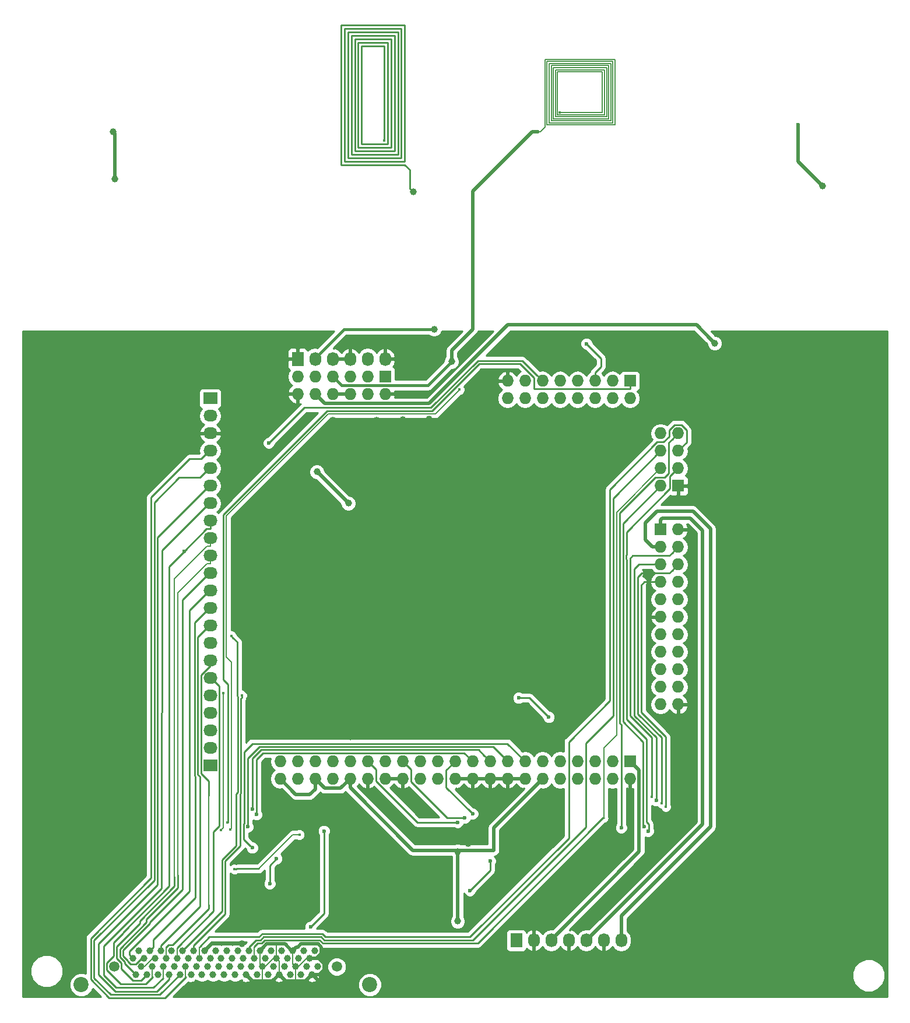
<source format=gbr>
G04 #@! TF.FileFunction,Copper,L2,Bot,Signal*
%FSLAX46Y46*%
G04 Gerber Fmt 4.6, Leading zero omitted, Abs format (unit mm)*
G04 Created by KiCad (PCBNEW (2015-08-16 BZR 6097)-product) date Monday 17. August 2015 13.28.47*
%MOMM*%
G01*
G04 APERTURE LIST*
%ADD10C,0.100000*%
%ADD11C,0.150000*%
%ADD12C,0.250000*%
%ADD13R,2.032000X1.727200*%
%ADD14O,2.032000X1.727200*%
%ADD15R,1.727200X2.032000*%
%ADD16O,1.727200X2.032000*%
%ADD17R,1.727200X1.727200*%
%ADD18O,1.727200X1.727200*%
%ADD19C,0.400000*%
%ADD20R,0.150000X0.150000*%
%ADD21C,1.000000*%
%ADD22C,1.500000*%
%ADD23C,2.200000*%
%ADD24R,0.250000X0.250000*%
%ADD25C,0.600000*%
%ADD26C,0.500000*%
%ADD27C,0.180000*%
%ADD28C,0.200000*%
%ADD29C,0.400000*%
%ADD30C,0.254000*%
G04 APERTURE END LIST*
D10*
D11*
X126928000Y-39787000D02*
X133168000Y-39787000D01*
X133168000Y-39787000D02*
X133168000Y-33837000D01*
X133168000Y-33837000D02*
X126628000Y-33837000D01*
X126628000Y-33837000D02*
X126628000Y-40077000D01*
X126628000Y-40077000D02*
X133468000Y-40077000D01*
X133468000Y-40077000D02*
X133468000Y-33537000D01*
X133468000Y-33537000D02*
X126328000Y-33537000D01*
X126328000Y-33537000D02*
X126328000Y-40377000D01*
X126328000Y-40377000D02*
X133768000Y-40377000D01*
X133768000Y-40377000D02*
X133768000Y-33237000D01*
X133768000Y-33237000D02*
X126028000Y-33237000D01*
X126028000Y-33237000D02*
X126028000Y-40677000D01*
X126028000Y-40677000D02*
X134068000Y-40677000D01*
X134068000Y-40677000D02*
X134068000Y-32937000D01*
X134068000Y-32937000D02*
X125728000Y-32937000D01*
X125728000Y-32937000D02*
X125728000Y-40977000D01*
X125728000Y-40977000D02*
X134368000Y-40977000D01*
X134368000Y-40977000D02*
X134368000Y-32637000D01*
X134368000Y-32637000D02*
X125428000Y-32637000D01*
X125428000Y-32637000D02*
X125428000Y-41277000D01*
X125428000Y-41277000D02*
X134668000Y-41277000D01*
X134668000Y-41277000D02*
X134668000Y-32337000D01*
X134668000Y-32337000D02*
X125128000Y-32337000D01*
X125128000Y-32337000D02*
X125128000Y-41577000D01*
X125128000Y-41577000D02*
X134968000Y-41577000D01*
X134968000Y-41577000D02*
X134968000Y-32037000D01*
X134968000Y-32037000D02*
X124828000Y-32037000D01*
X124828000Y-32037000D02*
X124828000Y-41577000D01*
D12*
X101456000Y-43837000D02*
X101456000Y-30077000D01*
X101456000Y-30077000D02*
X98196000Y-30077000D01*
X98196000Y-30077000D02*
X98196000Y-44337000D01*
X98196000Y-44337000D02*
X101956000Y-44337000D01*
X101956000Y-44337000D02*
X101956000Y-29577000D01*
X101956000Y-29577000D02*
X97696000Y-29577000D01*
X97696000Y-29577000D02*
X97696000Y-44837000D01*
X97696000Y-44837000D02*
X102456000Y-44837000D01*
X102456000Y-44837000D02*
X102456000Y-29077000D01*
X102456000Y-29077000D02*
X97196000Y-29077000D01*
X97196000Y-29077000D02*
X97196000Y-45337000D01*
X97196000Y-45337000D02*
X102956000Y-45337000D01*
X102956000Y-45337000D02*
X102956000Y-28577000D01*
X102956000Y-28577000D02*
X96696000Y-28577000D01*
X96696000Y-28577000D02*
X96696000Y-45837000D01*
X96696000Y-45837000D02*
X103456000Y-45837000D01*
X103456000Y-45837000D02*
X103456000Y-28077000D01*
X103456000Y-28077000D02*
X96196000Y-28077000D01*
X96196000Y-28077000D02*
X96196000Y-46337000D01*
X96196000Y-46337000D02*
X103956000Y-46337000D01*
X103956000Y-46337000D02*
X103956000Y-27577000D01*
X103956000Y-27577000D02*
X95696000Y-27577000D01*
X95696000Y-27577000D02*
X95696000Y-46837000D01*
X95696000Y-46837000D02*
X104456000Y-46837000D01*
X104456000Y-46837000D02*
X104456000Y-27077000D01*
X104456000Y-27077000D02*
X95196000Y-27077000D01*
X95196000Y-27077000D02*
X95196000Y-47337000D01*
X95196000Y-47337000D02*
X104456000Y-47337000D01*
D13*
X76200000Y-134620000D03*
D14*
X76200000Y-132080000D03*
X76200000Y-129540000D03*
X76200000Y-127000000D03*
X76200000Y-124460000D03*
X76200000Y-121920000D03*
X76200000Y-119380000D03*
X76200000Y-116840000D03*
X76200000Y-114300000D03*
X76200000Y-111760000D03*
X76200000Y-109220000D03*
X76200000Y-106680000D03*
X76200000Y-104140000D03*
X76200000Y-101600000D03*
X76200000Y-99060000D03*
X76200000Y-96520000D03*
X76200000Y-93980000D03*
X76200000Y-91440000D03*
X76200000Y-88900000D03*
D15*
X88900000Y-75565000D03*
D16*
X91440000Y-75565000D03*
X93980000Y-75565000D03*
X96520000Y-75565000D03*
X99060000Y-75565000D03*
X101600000Y-75565000D03*
D17*
X137160000Y-133985000D03*
D18*
X137160000Y-136525000D03*
X134620000Y-133985000D03*
X134620000Y-136525000D03*
X132080000Y-133985000D03*
X132080000Y-136525000D03*
X129540000Y-133985000D03*
X129540000Y-136525000D03*
X127000000Y-133985000D03*
X127000000Y-136525000D03*
X124460000Y-133985000D03*
X124460000Y-136525000D03*
X121920000Y-133985000D03*
X121920000Y-136525000D03*
X119380000Y-133985000D03*
X119380000Y-136525000D03*
X116840000Y-133985000D03*
X116840000Y-136525000D03*
X114300000Y-133985000D03*
X114300000Y-136525000D03*
X111760000Y-133985000D03*
X111760000Y-136525000D03*
X109220000Y-133985000D03*
X109220000Y-136525000D03*
X106680000Y-133985000D03*
X106680000Y-136525000D03*
X104140000Y-133985000D03*
X104140000Y-136525000D03*
X101600000Y-133985000D03*
X101600000Y-136525000D03*
X99060000Y-133985000D03*
X99060000Y-136525000D03*
X96520000Y-133985000D03*
X96520000Y-136525000D03*
X93980000Y-133985000D03*
X93980000Y-136525000D03*
X91440000Y-133985000D03*
X91440000Y-136525000D03*
X88900000Y-133985000D03*
X88900000Y-136525000D03*
X86360000Y-133985000D03*
X86360000Y-136525000D03*
D13*
X76200000Y-81280000D03*
D14*
X76200000Y-83820000D03*
X76200000Y-86360000D03*
D17*
X137160000Y-78740000D03*
D18*
X137160000Y-81280000D03*
X134620000Y-78740000D03*
X134620000Y-81280000D03*
X132080000Y-78740000D03*
X132080000Y-81280000D03*
X129540000Y-78740000D03*
X129540000Y-81280000D03*
X127000000Y-78740000D03*
X127000000Y-81280000D03*
X124460000Y-78740000D03*
X124460000Y-81280000D03*
X121920000Y-78740000D03*
X121920000Y-81280000D03*
X119380000Y-78740000D03*
X119380000Y-81280000D03*
D17*
X101600000Y-78105000D03*
D18*
X101600000Y-80645000D03*
X99060000Y-78105000D03*
X99060000Y-80645000D03*
X96520000Y-78105000D03*
X96520000Y-80645000D03*
X93980000Y-78105000D03*
X93980000Y-80645000D03*
X91440000Y-78105000D03*
X91440000Y-80645000D03*
X88900000Y-78105000D03*
X88900000Y-80645000D03*
D19*
X126928000Y-39787000D03*
D20*
X124828000Y-41577000D03*
D21*
X78200000Y-164980000D03*
X76600000Y-164980000D03*
X75000000Y-164980000D03*
X73400000Y-164980000D03*
X71800000Y-164980000D03*
X70200000Y-164980000D03*
X68600000Y-164980000D03*
X67000000Y-164980000D03*
X65400000Y-164980000D03*
X79800000Y-164980000D03*
X81400000Y-164980000D03*
X83000000Y-164980000D03*
X84600000Y-164980000D03*
X86200000Y-164980000D03*
X87800000Y-164980000D03*
X89400000Y-164980000D03*
X91000000Y-164980000D03*
X91800000Y-163830000D03*
X90200000Y-163830000D03*
X88600000Y-163830000D03*
X87000000Y-163830000D03*
X85400000Y-163830000D03*
X83800000Y-163830000D03*
X82200000Y-163830000D03*
X80600000Y-163830000D03*
X66200000Y-163830000D03*
X67800000Y-163830000D03*
X69400000Y-163830000D03*
X71000000Y-163830000D03*
X72600000Y-163830000D03*
X74200000Y-163830000D03*
X75800000Y-163830000D03*
X77400000Y-163830000D03*
X79000000Y-163830000D03*
X78600000Y-161480000D03*
X77000000Y-161480000D03*
X75400000Y-161480000D03*
X73800000Y-161480000D03*
X72200000Y-161480000D03*
X70600000Y-161480000D03*
X69000000Y-161480000D03*
X67400000Y-161480000D03*
X65800000Y-161480000D03*
X80200000Y-161480000D03*
X81800000Y-161480000D03*
X83400000Y-161480000D03*
X85000000Y-161480000D03*
X86600000Y-161480000D03*
X88200000Y-161480000D03*
X89800000Y-161480000D03*
X91400000Y-161480000D03*
X90600000Y-162630000D03*
X89000000Y-162630000D03*
X87400000Y-162630000D03*
X85800000Y-162630000D03*
X84200000Y-162630000D03*
X82600000Y-162630000D03*
X81000000Y-162630000D03*
X79400000Y-162630000D03*
X65000000Y-162630000D03*
X66600000Y-162630000D03*
X68200000Y-162630000D03*
X69800000Y-162630000D03*
X71400000Y-162630000D03*
X73000000Y-162630000D03*
X74600000Y-162630000D03*
X76200000Y-162630000D03*
X77800000Y-162630000D03*
D22*
X62230000Y-163830000D03*
D23*
X57460000Y-166450000D03*
X99360000Y-166450000D03*
D22*
X94580000Y-163830000D03*
D17*
X144145000Y-93980000D03*
D18*
X141605000Y-93980000D03*
X144145000Y-91440000D03*
X141605000Y-91440000D03*
X144145000Y-88900000D03*
X141605000Y-88900000D03*
X144145000Y-86360000D03*
X141605000Y-86360000D03*
D17*
X141605000Y-100330000D03*
D18*
X144145000Y-100330000D03*
X141605000Y-102870000D03*
X144145000Y-102870000D03*
X141605000Y-105410000D03*
X144145000Y-105410000D03*
X141605000Y-107950000D03*
X144145000Y-107950000D03*
X141605000Y-110490000D03*
X144145000Y-110490000D03*
X141605000Y-113030000D03*
X144145000Y-113030000D03*
X141605000Y-115570000D03*
X144145000Y-115570000D03*
X141605000Y-118110000D03*
X144145000Y-118110000D03*
X141605000Y-120650000D03*
X144145000Y-120650000D03*
X141605000Y-123190000D03*
X144145000Y-123190000D03*
X141605000Y-125730000D03*
X144145000Y-125730000D03*
D19*
X101456000Y-43837000D03*
D24*
X104456000Y-47337000D03*
D15*
X120650000Y-160020000D03*
D16*
X123190000Y-160020000D03*
X125730000Y-160020000D03*
X128270000Y-160020000D03*
X130810000Y-160020000D03*
X133350000Y-160020000D03*
X135890000Y-160020000D03*
D21*
X163830000Y-166878000D03*
X168656000Y-156337000D03*
X172466000Y-156210000D03*
X144526000Y-167640000D03*
X140716000Y-167640000D03*
X136906000Y-167640000D03*
X119507000Y-144526000D03*
X93980000Y-84479040D03*
X100385108Y-84479040D03*
X104141937Y-84352040D03*
X80818034Y-160451379D03*
X106680000Y-130227961D03*
X63111842Y-139688742D03*
X92218800Y-119060400D03*
X121943200Y-122725900D03*
X124258700Y-94394900D03*
X100828800Y-94200500D03*
X96837500Y-94227500D03*
X107950000Y-84328000D03*
X86606606Y-116699820D03*
X120650000Y-167640000D03*
X124460000Y-167640000D03*
X128270000Y-167640000D03*
X132080000Y-167640000D03*
X63386000Y-135945600D03*
X63349100Y-132098700D03*
X63342800Y-128322000D03*
X63344900Y-124474500D03*
X63358400Y-120608200D03*
X63358400Y-116633200D03*
X63358400Y-112658200D03*
X63431400Y-108756300D03*
X65382500Y-106672000D03*
X63610600Y-100991800D03*
X63306800Y-98059900D03*
X63306800Y-94167400D03*
X63389300Y-90228900D03*
X63352800Y-86382400D03*
X63365300Y-82584900D03*
X63349600Y-78759200D03*
X63358400Y-74895700D03*
X113673400Y-145933600D03*
X84488300Y-146050300D03*
X173922300Y-122303700D03*
X172568000Y-100333300D03*
X86995000Y-142712700D03*
X99825900Y-130384100D03*
X116246400Y-129973700D03*
X156210000Y-146306600D03*
X160453800Y-146275100D03*
X166658000Y-80827900D03*
X164428800Y-146275100D03*
X166658000Y-84802900D03*
X168403800Y-146275100D03*
X166631900Y-88612200D03*
X171450000Y-146305100D03*
X166662900Y-92453200D03*
X96520000Y-130409100D03*
X132266100Y-102594200D03*
X132293500Y-98756800D03*
X122602300Y-130352200D03*
X84242000Y-120982300D03*
X132245300Y-94862200D03*
D25*
X84709000Y-87757000D03*
D21*
X112141000Y-157226006D03*
X112153699Y-147079262D03*
D25*
X135890000Y-143637000D03*
X139827000Y-144145000D03*
X139223621Y-143500020D03*
X112141000Y-142875000D03*
X113157000Y-142240006D03*
X114300000Y-141605000D03*
D19*
X80781801Y-124445799D03*
D25*
X72429300Y-103499500D03*
D19*
X79287400Y-115816600D03*
X79695000Y-149655000D03*
X89154000Y-144653000D03*
X112395000Y-80010004D03*
X79121000Y-143891002D03*
X78664990Y-142920190D03*
X77724000Y-144018000D03*
X78087980Y-124072175D03*
X142367000Y-140589000D03*
X141732000Y-140081000D03*
D25*
X140970000Y-139700000D03*
D19*
X140335000Y-139192000D03*
D21*
X91694000Y-91948000D03*
X96266000Y-96520000D03*
D25*
X120986600Y-124784300D03*
X125373600Y-127571400D03*
D21*
X62103000Y-42545000D03*
X62357000Y-49403000D03*
D25*
X161544002Y-41529000D03*
D21*
X165100000Y-50419000D03*
X149479000Y-73279000D03*
X111252000Y-75946000D03*
X108712000Y-71247000D03*
X105664000Y-51308000D03*
D25*
X130836800Y-73334700D03*
X84840000Y-151779600D03*
X85833800Y-148128500D03*
X113919000Y-152781000D03*
X116840000Y-148463000D03*
X82296000Y-146558000D03*
X81661000Y-143509990D03*
X82931000Y-141732004D03*
X82296000Y-140970000D03*
X90774980Y-158050051D03*
X92710000Y-144119100D03*
D26*
X125730000Y-160020000D02*
X125730000Y-159867600D01*
X138473601Y-147123999D02*
X138473601Y-135298601D01*
X125730000Y-159867600D02*
X138473601Y-147123999D01*
X138473601Y-135298601D02*
X137160000Y-133985000D01*
D27*
X66200000Y-163830000D02*
X66630798Y-163830000D01*
X66630798Y-163830000D02*
X67830798Y-162630000D01*
X67830798Y-162630000D02*
X68200000Y-162630000D01*
D26*
X90049999Y-165930001D02*
X88551723Y-165930001D01*
X88551723Y-165930001D02*
X87150001Y-165930001D01*
D27*
X88600000Y-163830000D02*
X88600000Y-165881724D01*
X88600000Y-165881724D02*
X88551723Y-165930001D01*
D26*
X87056001Y-160529999D02*
X85698262Y-160529999D01*
X85698262Y-160529999D02*
X84350001Y-160529999D01*
D27*
X85800000Y-160631737D02*
X85698262Y-160529999D01*
X85800000Y-162630000D02*
X85800000Y-160631737D01*
X83800000Y-163830000D02*
X83400000Y-163430000D01*
X83400000Y-163430000D02*
X83400000Y-161480000D01*
D26*
X85249999Y-165930001D02*
X83719249Y-165930001D01*
X83719249Y-165930001D02*
X82350001Y-165930001D01*
D27*
X83800000Y-163830000D02*
X83800000Y-165849250D01*
X83800000Y-165849250D02*
X83719249Y-165930001D01*
D26*
X80110928Y-160451379D02*
X80818034Y-160451379D01*
X76428621Y-160451379D02*
X80110928Y-160451379D01*
X75400000Y-161480000D02*
X76428621Y-160451379D01*
X83899999Y-160980001D02*
X83400000Y-161480000D01*
X84350001Y-160529999D02*
X83899999Y-160980001D01*
X88200000Y-161480000D02*
X88006002Y-161480000D01*
X88006002Y-161480000D02*
X87056001Y-160529999D01*
X88699999Y-160980001D02*
X88200000Y-161480000D01*
X91656002Y-162630000D02*
X92350001Y-161936001D01*
X91856001Y-160529999D02*
X89343999Y-160529999D01*
X90600000Y-162630000D02*
X91656002Y-162630000D01*
X92350001Y-161936001D02*
X92350001Y-161023999D01*
X89343999Y-160529999D02*
X88893997Y-160980001D01*
X92350001Y-161023999D02*
X91856001Y-160529999D01*
X88893997Y-160980001D02*
X88699999Y-160980001D01*
X86200000Y-164980000D02*
X85249999Y-165930001D01*
X82350001Y-165930001D02*
X81899999Y-165479999D01*
X81899999Y-165479999D02*
X81400000Y-164980000D01*
X91000000Y-164980000D02*
X90049999Y-165930001D01*
X87150001Y-165930001D02*
X86699999Y-165479999D01*
X86699999Y-165479999D02*
X86200000Y-164980000D01*
X90600000Y-162630000D02*
X92006002Y-162630000D01*
X92750001Y-164286001D02*
X92056002Y-164980000D01*
X92006002Y-162630000D02*
X92750001Y-163373999D01*
X92750001Y-163373999D02*
X92750001Y-164286001D01*
X92056002Y-164980000D02*
X91707106Y-164980000D01*
X91707106Y-164980000D02*
X91000000Y-164980000D01*
D27*
X88600000Y-163830000D02*
X89030798Y-163830000D01*
X89030798Y-163830000D02*
X90230798Y-162630000D01*
X90230798Y-162630000D02*
X90600000Y-162630000D01*
X88600000Y-163830000D02*
X88200000Y-163430000D01*
X88200000Y-163430000D02*
X88200000Y-161480000D01*
X85800000Y-162630000D02*
X86200000Y-163030000D01*
X86200000Y-163030000D02*
X86200000Y-164980000D01*
X83800000Y-163830000D02*
X84169202Y-163830000D01*
X84169202Y-163830000D02*
X85369202Y-162630000D01*
X85369202Y-162630000D02*
X85800000Y-162630000D01*
D12*
X121539000Y-75819000D02*
X123596401Y-77876401D01*
X108262580Y-82617010D02*
X115060590Y-75819000D01*
X123596401Y-77876401D02*
X124460000Y-78740000D01*
X84709000Y-87757000D02*
X89848990Y-82617010D01*
X115060590Y-75819000D02*
X121539000Y-75819000D01*
X89848990Y-82617010D02*
X108262580Y-82617010D01*
D26*
X91440000Y-137746314D02*
X91440000Y-136525000D01*
X91440000Y-138016002D02*
X91440000Y-137746314D01*
X88634001Y-138799001D02*
X90657001Y-138799001D01*
X90657001Y-138799001D02*
X91440000Y-138016002D01*
X86360000Y-136525000D02*
X88634001Y-138799001D01*
X112153699Y-157213307D02*
X112141000Y-157226006D01*
X112153699Y-147079262D02*
X112153699Y-157213307D01*
X117376848Y-146914300D02*
X112174421Y-146914300D01*
X117376848Y-146914300D02*
X117376848Y-143608152D01*
X117376848Y-143608152D02*
X124460000Y-136525000D01*
X112174421Y-146914300D02*
X112174421Y-147058540D01*
X112174421Y-147058540D02*
X112153699Y-147079262D01*
X112174421Y-146914300D02*
X105595400Y-146914300D01*
X95155900Y-137889100D02*
X96520000Y-136525000D01*
X92804100Y-137889100D02*
X95155900Y-137889100D01*
X91440000Y-136525000D02*
X92804100Y-137889100D01*
X96520000Y-136525000D02*
X96520000Y-137838900D01*
X105595400Y-146914300D02*
X96520000Y-137838900D01*
D12*
X142793601Y-92154989D02*
X142793601Y-87711399D01*
X143281401Y-87223599D02*
X144145000Y-86360000D01*
X135693990Y-97952064D02*
X140858971Y-92787083D01*
X140858971Y-92787083D02*
X142161507Y-92787083D01*
X135890000Y-143637000D02*
X135890000Y-128652410D01*
X135890000Y-128652410D02*
X135693990Y-128456400D01*
X142793601Y-87711399D02*
X143281401Y-87223599D01*
X135693990Y-128456400D02*
X135693990Y-97952064D01*
X142161507Y-92787083D02*
X142793601Y-92154989D01*
X139872999Y-143107376D02*
X139872999Y-143845001D01*
X139573000Y-142807377D02*
X139872999Y-143107376D01*
X139573000Y-130795739D02*
X139573000Y-142807377D01*
X136652000Y-127874739D02*
X139573000Y-130795739D01*
X136652000Y-100711000D02*
X136652000Y-103997994D01*
X136652000Y-103997994D02*
X136634995Y-104014999D01*
X136652000Y-104663002D02*
X136652000Y-127874739D01*
X142956399Y-94406601D02*
X136652000Y-100711000D01*
X144145000Y-91440000D02*
X142956399Y-92628601D01*
X136634995Y-104645997D02*
X136652000Y-104663002D01*
X136634995Y-104014999D02*
X136634995Y-104645997D01*
X139872999Y-143845001D02*
X139827000Y-144145000D01*
X142956399Y-92628601D02*
X142956399Y-94406601D01*
X139053020Y-143329419D02*
X139223621Y-143500020D01*
X139053020Y-131179020D02*
X139053020Y-143329419D01*
X136144000Y-128270000D02*
X139053020Y-131179020D01*
X136144000Y-99441000D02*
X136144000Y-128270000D01*
X141605000Y-93980000D02*
X136144000Y-99441000D01*
X111716736Y-142875000D02*
X112141000Y-142875000D01*
X106259400Y-142875000D02*
X111716736Y-142875000D01*
X100248900Y-136864500D02*
X106259400Y-142875000D01*
X100248900Y-135173900D02*
X100248900Y-136864500D01*
X99060000Y-133985000D02*
X100248900Y-135173900D01*
X112732736Y-142240006D02*
X113157000Y-142240006D01*
X105328900Y-135173900D02*
X105328900Y-136965100D01*
X104140000Y-133985000D02*
X105328900Y-135173900D01*
X110603806Y-142240006D02*
X112732736Y-142240006D01*
X105328900Y-136965100D02*
X110603806Y-142240006D01*
X114000001Y-141305001D02*
X114300000Y-141605000D01*
X110470173Y-137775173D02*
X114000001Y-141305001D01*
X111760000Y-133985000D02*
X110470173Y-135274827D01*
X110470173Y-135274827D02*
X110470173Y-137775173D01*
X72642590Y-165354000D02*
X72644000Y-165354000D01*
X58858991Y-165667401D02*
X61535600Y-168344010D01*
X61535600Y-168344010D02*
X69652580Y-168344010D01*
X67621990Y-95644110D02*
X67621990Y-150943600D01*
X73177200Y-90088900D02*
X67621990Y-95644110D01*
X74858700Y-90088900D02*
X73177200Y-90088900D01*
X76200000Y-88900000D02*
X76047600Y-88900000D01*
X67621990Y-150943600D02*
X58858990Y-159706600D01*
X58858990Y-159706600D02*
X58858991Y-165667401D01*
X76047600Y-88900000D02*
X74858700Y-90088900D01*
X69652580Y-168344010D02*
X72642590Y-165354000D01*
D27*
X72600000Y-163830000D02*
X72600000Y-165310000D01*
X72600000Y-165310000D02*
X72644000Y-165354000D01*
D12*
X81800000Y-161007751D02*
X81800000Y-161480000D01*
X82856761Y-159950990D02*
X81800000Y-161007751D01*
X83925424Y-159504980D02*
X83479414Y-159950990D01*
X92280577Y-159504979D02*
X83925424Y-159504980D01*
X92726588Y-159950990D02*
X92280577Y-159504979D01*
X130759700Y-143560300D02*
X114369010Y-159950990D01*
X134702000Y-127405500D02*
X130759700Y-131347800D01*
X130759700Y-131347800D02*
X130759700Y-143560300D01*
X134702000Y-95803000D02*
X134702000Y-127405500D01*
X141605000Y-88900000D02*
X134702000Y-95803000D01*
X83479414Y-159950990D02*
X82856761Y-159950990D01*
X114369010Y-159950990D02*
X92726588Y-159950990D01*
X142842300Y-86809500D02*
X142021800Y-87630000D01*
X144145000Y-88900000D02*
X145378800Y-87666200D01*
X145378800Y-87666200D02*
X145378800Y-85896900D01*
X145378800Y-85896900D02*
X144603700Y-85121800D01*
X144603700Y-85121800D02*
X143645100Y-85121800D01*
X134239000Y-94505600D02*
X134239000Y-125222000D01*
X128283134Y-131177866D02*
X128270000Y-131177866D01*
X143645100Y-85121800D02*
X142842300Y-85924600D01*
X142842300Y-85924600D02*
X142842300Y-86809500D01*
X142021800Y-87630000D02*
X141114600Y-87630000D01*
X141114600Y-87630000D02*
X134239000Y-94505600D01*
X134239000Y-125222000D02*
X128283134Y-131177866D01*
X92912988Y-159500980D02*
X92466976Y-159054970D01*
X128270000Y-131177866D02*
X128270000Y-145161000D01*
X76084020Y-159500980D02*
X74676000Y-160909000D01*
X113930020Y-159500980D02*
X92912988Y-159500980D01*
X128270000Y-145161000D02*
X113930020Y-159500980D01*
X92466976Y-159054970D02*
X83739023Y-159054971D01*
X83739023Y-159054971D02*
X83293014Y-159500980D01*
X83293014Y-159500980D02*
X76084020Y-159500980D01*
D27*
X74600000Y-162630000D02*
X74600000Y-160985000D01*
X74600000Y-160985000D02*
X74676000Y-160909000D01*
D12*
X133350000Y-142240000D02*
X133223000Y-142240000D01*
X115062000Y-160401000D02*
X92540188Y-160401000D01*
X133223000Y-142240000D02*
X115062000Y-160401000D01*
X92540188Y-160401000D02*
X92094177Y-159954989D01*
X92094177Y-159954989D02*
X84111825Y-159954989D01*
X84111825Y-159954989D02*
X83665814Y-160401000D01*
X83665814Y-160401000D02*
X83058000Y-160401000D01*
X83058000Y-160401000D02*
X82550000Y-160909000D01*
D27*
X82600000Y-162630000D02*
X82600000Y-160959000D01*
X82600000Y-160959000D02*
X82550000Y-160909000D01*
X135227300Y-99995400D02*
X135227300Y-130155600D01*
X135227300Y-130155600D02*
X133350000Y-132032900D01*
X133350000Y-132032900D02*
X133350000Y-142240000D01*
D28*
X135227300Y-99995400D02*
X135227300Y-97817700D01*
X135227300Y-97817700D02*
X141605000Y-91440000D01*
D12*
X80581802Y-138737840D02*
X80640041Y-138679601D01*
X80640041Y-138679601D02*
X80640041Y-124870401D01*
X73800000Y-160772894D02*
X78359000Y-156213894D01*
X80581802Y-146256610D02*
X80581802Y-138737840D01*
X78359000Y-156213894D02*
X78359000Y-148479412D01*
X78359000Y-148479412D02*
X80581802Y-146256610D01*
X80781801Y-124728641D02*
X80781801Y-124445799D01*
X80640041Y-124870401D02*
X80781801Y-124728641D01*
X73800000Y-161480000D02*
X73800000Y-160772894D01*
X76200000Y-109220000D02*
X76047600Y-109220000D01*
X76047600Y-109220000D02*
X73209990Y-112057610D01*
X73209990Y-112057610D02*
X73209990Y-152849008D01*
X73209990Y-152849008D02*
X64500001Y-161558997D01*
X64500001Y-162130001D02*
X65000000Y-162630000D01*
X64500001Y-161558997D02*
X64500001Y-162130001D01*
X64902400Y-162532400D02*
X65000000Y-162630000D01*
X63522040Y-161399190D02*
X67390030Y-157531200D01*
X66221002Y-162630000D02*
X65396001Y-163455001D01*
X67390030Y-157399970D02*
X72200000Y-152590000D01*
X64603999Y-163455001D02*
X64205021Y-163056023D01*
X63522040Y-162258218D02*
X63522040Y-161399190D01*
X65396001Y-163455001D02*
X64603999Y-163455001D01*
X67390030Y-157531200D02*
X67390030Y-157399970D01*
X72200000Y-152590000D02*
X72200000Y-110527600D01*
X64205021Y-162941199D02*
X63522040Y-162258218D01*
X66600000Y-162630000D02*
X66221002Y-162630000D01*
X64205021Y-163056023D02*
X64205021Y-162941199D01*
X72200000Y-110527600D02*
X76047600Y-106680000D01*
X76047600Y-106680000D02*
X76200000Y-106680000D01*
D28*
X66200000Y-162630000D02*
X66600000Y-162630000D01*
D12*
X72129301Y-103799499D02*
X72429300Y-103499500D01*
X63511020Y-158995800D02*
X63511020Y-158867390D01*
X67818000Y-165354000D02*
X66871010Y-166300990D01*
X62172010Y-162296988D02*
X62172010Y-160334810D01*
X63511020Y-158867390D02*
X70231000Y-152147410D01*
X70231000Y-152147410D02*
X70231000Y-105697800D01*
X66871010Y-166300990D02*
X63178400Y-166300990D01*
X61154999Y-163313999D02*
X62172010Y-162296988D01*
X63178400Y-166300990D02*
X61154999Y-164277589D01*
X61154999Y-164277589D02*
X61154999Y-163313999D01*
X70231000Y-105697800D02*
X72129301Y-103799499D01*
X62172010Y-160334810D02*
X63511020Y-158995800D01*
D27*
X67800000Y-163830000D02*
X67800000Y-165336000D01*
X67800000Y-165336000D02*
X67818000Y-165354000D01*
D12*
X76200000Y-99060000D02*
X76200000Y-100248900D01*
X75679900Y-100248900D02*
X72429300Y-103499500D01*
X76200000Y-100248900D02*
X75679900Y-100248900D01*
X67967040Y-166855960D02*
X69342000Y-165481000D01*
X60775010Y-160839990D02*
X60775010Y-163057578D01*
X76047600Y-96520000D02*
X69226019Y-103341581D01*
X62500400Y-166855960D02*
X67967040Y-166855960D01*
X76200000Y-96520000D02*
X76047600Y-96520000D01*
X69226019Y-103341581D02*
X69226019Y-126864801D01*
X60775010Y-163057578D02*
X60704989Y-163127599D01*
X69141500Y-152473500D02*
X60775010Y-160839990D01*
X69141500Y-126949320D02*
X69141500Y-152473500D01*
X69226019Y-126864801D02*
X69141500Y-126949320D01*
X60704989Y-163127599D02*
X60704989Y-165060549D01*
X60704989Y-165060549D02*
X62500400Y-166855960D01*
D27*
X69400000Y-163830000D02*
X69400000Y-165423000D01*
X69400000Y-165423000D02*
X69342000Y-165481000D01*
D12*
X74676000Y-153010390D02*
X74676000Y-136197012D01*
X74676000Y-136197012D02*
X74408980Y-135929992D01*
X74408980Y-135929992D02*
X74408980Y-115938620D01*
X74408980Y-115938620D02*
X76047600Y-114300000D01*
X76047600Y-114300000D02*
X76200000Y-114300000D01*
X69000000Y-161480000D02*
X69000000Y-160772894D01*
X69000000Y-160772894D02*
X74676000Y-155096894D01*
X74676000Y-155096894D02*
X74676000Y-153035000D01*
X76200000Y-121920000D02*
X76352400Y-121920000D01*
X76352400Y-121920000D02*
X77541001Y-123108601D01*
X77541001Y-123108601D02*
X77541001Y-143367943D01*
X77541001Y-143367943D02*
X76690999Y-144217945D01*
X76690999Y-144217945D02*
X76690999Y-155771001D01*
X76690999Y-155771001D02*
X71400000Y-161062000D01*
D27*
X71400000Y-162630000D02*
X71400000Y-161062000D01*
D12*
X75946000Y-136830602D02*
X75946000Y-139000700D01*
X76200000Y-120086652D02*
X74858990Y-121427662D01*
X76200000Y-119380000D02*
X76200000Y-120086652D01*
X74858990Y-121427662D02*
X74858990Y-133496390D01*
X74858990Y-133496390D02*
X74858999Y-133496399D01*
X74858999Y-133496399D02*
X74858999Y-135743601D01*
X74858999Y-135743601D02*
X75946000Y-136830602D01*
X69800000Y-160959000D02*
X70104001Y-160654999D01*
X70104001Y-160654999D02*
X70734001Y-160654999D01*
X70734001Y-160654999D02*
X75946000Y-155443000D01*
X75946000Y-155443000D02*
X75946000Y-154813000D01*
D27*
X75946000Y-139000700D02*
X75946000Y-154813000D01*
X69800000Y-160959000D02*
X69850000Y-160909000D01*
X69800000Y-162630000D02*
X69800000Y-160959000D01*
D12*
X79487399Y-116016599D02*
X79287400Y-115816600D01*
X77908990Y-148293012D02*
X79940990Y-146261012D01*
X80190031Y-138493201D02*
X80190031Y-124601554D01*
X79940990Y-138742242D02*
X80190031Y-138493201D01*
X80190031Y-124601554D02*
X80137000Y-124548523D01*
X80137000Y-116666200D02*
X79487399Y-116016599D01*
X79940990Y-146261012D02*
X79940990Y-138742242D01*
X77908990Y-155771010D02*
X77908990Y-148293012D01*
X72200000Y-161480000D02*
X77908990Y-155771010D01*
X80137000Y-124548523D02*
X80137000Y-116666200D01*
X76200000Y-91440000D02*
X76047600Y-91440000D01*
X76047600Y-91440000D02*
X74696210Y-92791390D01*
X74696210Y-92791390D02*
X71673610Y-92791390D01*
X71673610Y-92791390D02*
X68072000Y-96393000D01*
X68072000Y-96393000D02*
X68072000Y-151257000D01*
X59309000Y-165481000D02*
X61722000Y-167894000D01*
X68072000Y-151257000D02*
X59309000Y-160020000D01*
X59309000Y-160020000D02*
X59309000Y-165481000D01*
X61722000Y-167894000D02*
X68886000Y-167894000D01*
X68886000Y-167894000D02*
X71800000Y-164980000D01*
X63940401Y-156533009D02*
X63938991Y-156533009D01*
X68522010Y-101505590D02*
X68522009Y-151951401D01*
X76200000Y-93980000D02*
X76047600Y-93980000D01*
X70200000Y-165687106D02*
X70200000Y-164980000D01*
X68522009Y-151951401D02*
X63940401Y-156533009D01*
X76047600Y-93980000D02*
X68522010Y-101505590D01*
X63938991Y-156533009D02*
X59944000Y-160528000D01*
X68443116Y-167443990D02*
X70200000Y-165687106D01*
X59944000Y-164971590D02*
X62416400Y-167443990D01*
X59944000Y-160528000D02*
X59944000Y-164971590D01*
X62416400Y-167443990D02*
X68443116Y-167443990D01*
X65982010Y-157156990D02*
X65982010Y-157539400D01*
X66174999Y-165805001D02*
X66500001Y-165479999D01*
X66500001Y-165479999D02*
X67000000Y-164980000D01*
X62622020Y-162631018D02*
X63305001Y-163313999D01*
X65003999Y-165805001D02*
X66174999Y-165805001D01*
X62622020Y-160899390D02*
X62622020Y-162631018D01*
X63305001Y-164106003D02*
X65003999Y-165805001D01*
X70988300Y-152150700D02*
X65982010Y-157156990D01*
X65982010Y-157539400D02*
X62622020Y-160899390D01*
X63305001Y-163313999D02*
X63305001Y-164106003D01*
X70988300Y-150744300D02*
X70988300Y-152150700D01*
D27*
X76200000Y-101600000D02*
X76200000Y-102753900D01*
X76200000Y-102753900D02*
X75767300Y-102753900D01*
X75767300Y-102753900D02*
X70988300Y-107532900D01*
X70988300Y-107532900D02*
X70988300Y-150744300D01*
D12*
X63755011Y-163127599D02*
X63755011Y-163335011D01*
X63072030Y-161212790D02*
X63072030Y-162444618D01*
X63755011Y-163335011D02*
X64900001Y-164480001D01*
X66940020Y-157344800D02*
X63072030Y-161212790D01*
X66940020Y-156960980D02*
X66940020Y-157344800D01*
X71529100Y-152371900D02*
X66940020Y-156960980D01*
X64900001Y-164480001D02*
X65400000Y-164980000D01*
X71529100Y-150523100D02*
X71529100Y-152371900D01*
X63072030Y-162444618D02*
X63755011Y-163127599D01*
D27*
X76200000Y-104140000D02*
X76200000Y-105293900D01*
X76200000Y-105293900D02*
X75767300Y-105293900D01*
X75767300Y-105293900D02*
X71529100Y-109532100D01*
X71529100Y-109532100D02*
X71529100Y-150523100D01*
D12*
X76200000Y-111760000D02*
X76047600Y-111760000D01*
X76047600Y-111760000D02*
X74295000Y-113512600D01*
X74295000Y-113512600D02*
X74295000Y-113538000D01*
X74295000Y-113538000D02*
X73958979Y-113874021D01*
X73958979Y-113874021D02*
X73958979Y-136116401D01*
X73958979Y-136116401D02*
X74041000Y-136198422D01*
X74041000Y-136198422D02*
X74041000Y-153797000D01*
X74041000Y-153797000D02*
X67899999Y-159938001D01*
X67899999Y-159938001D02*
X67899999Y-160980001D01*
X67899999Y-160980001D02*
X67400000Y-161480000D01*
D28*
X83251623Y-149605802D02*
X88204425Y-144653000D01*
D12*
X79695000Y-149655000D02*
X79977842Y-149655000D01*
X79977842Y-149655000D02*
X80027040Y-149605802D01*
X80027040Y-149605802D02*
X83251623Y-149605802D01*
D28*
X88871158Y-144653000D02*
X89154000Y-144653000D01*
X88204425Y-144653000D02*
X88871158Y-144653000D01*
X93365051Y-83512003D02*
X108893001Y-83512003D01*
X79320999Y-119582799D02*
X78540001Y-118801801D01*
X112195001Y-80210003D02*
X112395000Y-80010004D01*
X108893001Y-83512003D02*
X112195001Y-80210003D01*
X78540001Y-118801801D02*
X78540001Y-98337053D01*
X79121000Y-143891002D02*
X79320999Y-143691003D01*
X78540001Y-98337053D02*
X93365051Y-83512003D01*
X79320999Y-143691003D02*
X79320999Y-119582799D01*
D12*
X78740000Y-142845180D02*
X78664990Y-142920190D01*
X78740000Y-122809000D02*
X78740000Y-142845180D01*
X78105000Y-122174000D02*
X78740000Y-122809000D01*
X78105000Y-98171000D02*
X78105000Y-122174000D01*
X93208980Y-83067020D02*
X78105000Y-98171000D01*
X108448980Y-83067020D02*
X93208980Y-83067020D01*
X123235601Y-79928601D02*
X123235601Y-78296471D01*
X137160000Y-78740000D02*
X137160000Y-79853600D01*
X123235601Y-78296471D02*
X121208140Y-76269010D01*
X115246990Y-76269010D02*
X108448980Y-83067020D01*
X121208140Y-76269010D02*
X115246990Y-76269010D01*
X137160000Y-79853600D02*
X137084999Y-79928601D01*
X137084999Y-79928601D02*
X123235601Y-79928601D01*
D28*
X77923999Y-143818001D02*
X77724000Y-144018000D01*
X78087980Y-143654020D02*
X77923999Y-143818001D01*
X78087980Y-124072175D02*
X78087980Y-143654020D01*
D12*
X138828020Y-108386880D02*
X138828020Y-126890020D01*
X138828020Y-108386880D02*
X139264900Y-107950000D01*
X139264900Y-107950000D02*
X141605000Y-107950000D01*
X142367000Y-140306158D02*
X142367000Y-140589000D01*
X138828020Y-126890020D02*
X142367000Y-130429000D01*
X142367000Y-130429000D02*
X142367000Y-140306158D01*
X141732000Y-140081000D02*
X141732000Y-130556000D01*
X138303000Y-127127000D02*
X138303000Y-107228640D01*
X143281401Y-106273599D02*
X144145000Y-105410000D01*
X141732000Y-130556000D02*
X138303000Y-127127000D01*
X138303000Y-107228640D02*
X138851640Y-106680000D01*
X138851640Y-106680000D02*
X142875000Y-106680000D01*
X142875000Y-106680000D02*
X143281401Y-106273599D01*
X137795000Y-106045000D02*
X138430000Y-105410000D01*
X138430000Y-105410000D02*
X141605000Y-105410000D01*
X137795000Y-127381000D02*
X137795000Y-106045000D01*
X140970000Y-139700000D02*
X140970000Y-130556000D01*
X137795000Y-127381000D02*
X140970000Y-130556000D01*
X140335000Y-139192000D02*
X140335000Y-130557410D01*
X140335000Y-130557410D02*
X137160000Y-127382410D01*
X137160000Y-127382410D02*
X137160000Y-104521000D01*
X137160000Y-104521000D02*
X137541000Y-104140000D01*
X137541000Y-104140000D02*
X142875000Y-104140000D01*
X142875000Y-104140000D02*
X143281401Y-103733599D01*
X143281401Y-103733599D02*
X144145000Y-102870000D01*
D26*
X96266000Y-96520000D02*
X91694000Y-91948000D01*
D12*
X122586500Y-124784300D02*
X125373600Y-127571400D01*
X120986600Y-124784300D02*
X122586500Y-124784300D01*
D26*
X62357000Y-49403000D02*
X62357000Y-42799000D01*
X62357000Y-42799000D02*
X62103000Y-42545000D01*
X161544002Y-41953264D02*
X161544002Y-41529000D01*
X161544002Y-46863002D02*
X161544002Y-41953264D01*
X165100000Y-50419000D02*
X161544002Y-46863002D01*
X91440000Y-80645000D02*
X92837000Y-82042000D01*
X148979001Y-72779001D02*
X149479000Y-73279000D01*
X92837000Y-82042000D02*
X108024404Y-82042000D01*
X108024404Y-82042000D02*
X119454404Y-70612000D01*
X119454404Y-70612000D02*
X146812000Y-70612000D01*
X146812000Y-70612000D02*
X148979001Y-72779001D01*
X114300000Y-51181000D02*
X122936000Y-42545000D01*
X122936000Y-42545000D02*
X123825000Y-42545000D01*
X114300000Y-71247000D02*
X114300000Y-51181000D01*
X111252000Y-74295000D02*
X114300000Y-71247000D01*
X111252000Y-75946000D02*
X111252000Y-74295000D01*
D28*
X124135000Y-42545000D02*
X123825000Y-42545000D01*
X124828000Y-41577000D02*
X124828000Y-41852000D01*
X124828000Y-41852000D02*
X124135000Y-42545000D01*
D29*
X93980000Y-78105000D02*
X95243601Y-79368601D01*
X95243601Y-79368601D02*
X107829399Y-79368601D01*
X107829399Y-79368601D02*
X111252000Y-75946000D01*
X91440000Y-75565000D02*
X91440000Y-75412600D01*
X91440000Y-75412600D02*
X95605600Y-71247000D01*
X95605600Y-71247000D02*
X108712000Y-71247000D01*
D12*
X104456000Y-47337000D02*
X105156000Y-48037000D01*
X105156000Y-48037000D02*
X105156000Y-50800000D01*
X105156000Y-50800000D02*
X105164001Y-50808001D01*
X105164001Y-50808001D02*
X105664000Y-51308000D01*
X132080000Y-78740000D02*
X132080000Y-77551100D01*
X132955200Y-75453100D02*
X130836800Y-73334700D01*
X132955200Y-76675900D02*
X132955200Y-75453100D01*
X132080000Y-77551100D02*
X132955200Y-76675900D01*
X84840000Y-149122300D02*
X85833800Y-148128500D01*
X84840000Y-151779600D02*
X84840000Y-149122300D01*
X116840000Y-148463000D02*
X116840000Y-149860000D01*
X116840000Y-149860000D02*
X113919000Y-152781000D01*
X81996001Y-146258001D02*
X82296000Y-146558000D01*
X81035999Y-143082999D02*
X81035999Y-145297999D01*
X81107001Y-132631179D02*
X81107001Y-143011997D01*
X81035999Y-145297999D02*
X81996001Y-146258001D01*
X82304200Y-131433980D02*
X81107001Y-132631179D01*
X119368980Y-131433980D02*
X82304200Y-131433980D01*
X121920000Y-133985000D02*
X119368980Y-131433980D01*
X81107001Y-143011997D02*
X81035999Y-143082999D01*
X81661000Y-143085726D02*
X81661000Y-143509990D01*
X81661000Y-133602590D02*
X81661000Y-143085726D01*
X117278990Y-131883990D02*
X83379599Y-131883991D01*
X119380000Y-133985000D02*
X117278990Y-131883990D01*
X83379599Y-131883991D02*
X81661000Y-133602590D01*
X82931000Y-141307740D02*
X82931000Y-141732004D01*
X113099010Y-132784010D02*
X83877990Y-132784010D01*
X114300000Y-133985000D02*
X113099010Y-132784010D01*
X83877990Y-132784010D02*
X82931000Y-133731000D01*
X82931000Y-133731000D02*
X82931000Y-141307740D01*
X83566000Y-132334000D02*
X82296000Y-133604000D01*
X82296000Y-133604000D02*
X82296000Y-140970000D01*
X115189000Y-132334000D02*
X83566000Y-132334000D01*
X115976401Y-133121401D02*
X115189000Y-132334000D01*
X116840000Y-133985000D02*
X115976401Y-133121401D01*
X91074979Y-157750052D02*
X90774980Y-158050051D01*
X92710000Y-156115031D02*
X91074979Y-157750052D01*
X92710000Y-144119100D02*
X92710000Y-156115031D01*
D26*
X141605000Y-100330000D02*
X141605000Y-98966400D01*
X133477000Y-157353000D02*
X130810000Y-160020000D01*
X141605000Y-98966400D02*
X141892400Y-98679000D01*
X141892400Y-98679000D02*
X145923000Y-98679000D01*
X145923000Y-98679000D02*
X147701000Y-100457000D01*
X147701000Y-100457000D02*
X147701000Y-143129000D01*
X147701000Y-143129000D02*
X133477000Y-157353000D01*
X141605000Y-102870000D02*
X140383686Y-102870000D01*
X140383686Y-102870000D02*
X139367686Y-101854000D01*
X139367686Y-101854000D02*
X139367686Y-99392314D01*
X139367686Y-99392314D02*
X141097000Y-97663000D01*
X141097000Y-97663000D02*
X146304000Y-97663000D01*
X146304000Y-97663000D02*
X148844000Y-100203000D01*
X148844000Y-100203000D02*
X148844000Y-143510000D01*
X148844000Y-143510000D02*
X135890000Y-156464000D01*
X135890000Y-156464000D02*
X135890000Y-160020000D01*
D30*
G36*
X148343897Y-73395477D02*
X148343803Y-73503775D01*
X148516233Y-73921086D01*
X148835235Y-74240645D01*
X149252244Y-74413803D01*
X149703775Y-74414197D01*
X150121086Y-74241767D01*
X150440645Y-73922765D01*
X150613803Y-73505756D01*
X150614197Y-73054225D01*
X150441767Y-72636914D01*
X150122765Y-72317355D01*
X149705756Y-72144197D01*
X149595680Y-72144101D01*
X148952579Y-71501000D01*
X174575000Y-71501000D01*
X174575000Y-168225000D01*
X70846392Y-168225000D01*
X72277793Y-166793599D01*
X97624699Y-166793599D01*
X97888281Y-167431515D01*
X98375918Y-167920004D01*
X99013373Y-168184699D01*
X99703599Y-168185301D01*
X100341515Y-167921719D01*
X100830004Y-167434082D01*
X101094699Y-166796627D01*
X101095301Y-166106401D01*
X100874625Y-165572325D01*
X169445587Y-165572325D01*
X169807916Y-166449229D01*
X170478242Y-167120726D01*
X171354513Y-167484585D01*
X172303325Y-167485413D01*
X173180229Y-167123084D01*
X173851726Y-166452758D01*
X174215585Y-165576487D01*
X174216413Y-164627675D01*
X173854084Y-163750771D01*
X173183758Y-163079274D01*
X172307487Y-162715415D01*
X171358675Y-162714587D01*
X170481771Y-163076916D01*
X169810274Y-163747242D01*
X169446415Y-164623513D01*
X169445587Y-165572325D01*
X100874625Y-165572325D01*
X100831719Y-165468485D01*
X100344082Y-164979996D01*
X99706627Y-164715301D01*
X99016401Y-164714699D01*
X98378485Y-164978281D01*
X97889996Y-165465918D01*
X97625301Y-166103373D01*
X97624699Y-166793599D01*
X72277793Y-166793599D01*
X73021252Y-166050140D01*
X73254972Y-166128112D01*
X73705375Y-166096217D01*
X73973352Y-165985217D01*
X74010499Y-165770107D01*
X74126726Y-165886334D01*
X74213949Y-165799111D01*
X74356235Y-165941645D01*
X74773244Y-166114803D01*
X75224775Y-166115197D01*
X75642086Y-165942767D01*
X75799996Y-165785133D01*
X75956235Y-165941645D01*
X76373244Y-166114803D01*
X76824775Y-166115197D01*
X77242086Y-165942767D01*
X77399996Y-165785133D01*
X77556235Y-165941645D01*
X77973244Y-166114803D01*
X78424775Y-166115197D01*
X78842086Y-165942767D01*
X78999996Y-165785133D01*
X79156235Y-165941645D01*
X79573244Y-166114803D01*
X80024775Y-166115197D01*
X80442086Y-165942767D01*
X80586022Y-165799082D01*
X80673274Y-165886334D01*
X80789501Y-165770107D01*
X80826648Y-165985217D01*
X81254972Y-166128112D01*
X81705375Y-166096217D01*
X81973352Y-165985217D01*
X82010499Y-165770107D01*
X82126726Y-165886334D01*
X82213949Y-165799111D01*
X82356235Y-165941645D01*
X82773244Y-166114803D01*
X83224775Y-166115197D01*
X83642086Y-165942767D01*
X83799996Y-165785133D01*
X83956235Y-165941645D01*
X84373244Y-166114803D01*
X84824775Y-166115197D01*
X85242086Y-165942767D01*
X85386022Y-165799082D01*
X85473274Y-165886334D01*
X85589501Y-165770107D01*
X85626648Y-165985217D01*
X86054972Y-166128112D01*
X86505375Y-166096217D01*
X86773352Y-165985217D01*
X86810499Y-165770107D01*
X86926726Y-165886334D01*
X87013949Y-165799111D01*
X87156235Y-165941645D01*
X87573244Y-166114803D01*
X88024775Y-166115197D01*
X88442086Y-165942767D01*
X88599996Y-165785133D01*
X88756235Y-165941645D01*
X89173244Y-166114803D01*
X89624775Y-166115197D01*
X90042086Y-165942767D01*
X90186022Y-165799082D01*
X90273274Y-165886334D01*
X90389501Y-165770107D01*
X90426648Y-165985217D01*
X90854972Y-166128112D01*
X91305375Y-166096217D01*
X91573352Y-165985217D01*
X91610499Y-165770104D01*
X91000000Y-165159605D01*
X90985858Y-165173748D01*
X90806253Y-164994143D01*
X90820395Y-164980000D01*
X90806253Y-164965858D01*
X90985858Y-164786253D01*
X91000000Y-164800395D01*
X91014143Y-164786253D01*
X91193748Y-164965858D01*
X91179605Y-164980000D01*
X91790104Y-165590499D01*
X92005217Y-165553352D01*
X92148112Y-165125028D01*
X92133609Y-164920227D01*
X92442086Y-164792767D01*
X92761645Y-164473765D01*
X92915067Y-164104285D01*
X93194760Y-164104285D01*
X93405169Y-164613515D01*
X93794436Y-165003461D01*
X94303298Y-165214759D01*
X94854285Y-165215240D01*
X95363515Y-165004831D01*
X95753461Y-164615564D01*
X95964759Y-164106702D01*
X95965240Y-163555715D01*
X95754831Y-163046485D01*
X95365564Y-162656539D01*
X94856702Y-162445241D01*
X94305715Y-162444760D01*
X93796485Y-162655169D01*
X93406539Y-163044436D01*
X93195241Y-163553298D01*
X93194760Y-164104285D01*
X92915067Y-164104285D01*
X92934803Y-164056756D01*
X92935197Y-163605225D01*
X92762767Y-163187914D01*
X92443765Y-162868355D01*
X92026756Y-162695197D01*
X91742441Y-162694949D01*
X91733609Y-162570227D01*
X92042086Y-162442767D01*
X92361645Y-162123765D01*
X92534803Y-161706756D01*
X92535197Y-161255225D01*
X92492330Y-161151480D01*
X92540188Y-161161000D01*
X115062000Y-161161000D01*
X115352839Y-161103148D01*
X115599401Y-160938401D01*
X117533802Y-159004000D01*
X119138960Y-159004000D01*
X119138960Y-161036000D01*
X119183238Y-161271317D01*
X119322310Y-161487441D01*
X119534510Y-161632431D01*
X119786400Y-161683440D01*
X121513600Y-161683440D01*
X121748917Y-161639162D01*
X121965041Y-161500090D01*
X122110031Y-161287890D01*
X122129232Y-161193073D01*
X122287964Y-161370732D01*
X122815209Y-161624709D01*
X122830974Y-161627358D01*
X123063000Y-161506217D01*
X123063000Y-160147000D01*
X123043000Y-160147000D01*
X123043000Y-159893000D01*
X123063000Y-159893000D01*
X123063000Y-158533783D01*
X122830974Y-158412642D01*
X122815209Y-158415291D01*
X122287964Y-158669268D01*
X122131093Y-158844845D01*
X122116762Y-158768683D01*
X121977690Y-158552559D01*
X121765490Y-158407569D01*
X121513600Y-158356560D01*
X119786400Y-158356560D01*
X119551083Y-158400838D01*
X119334959Y-158539910D01*
X119189969Y-158752110D01*
X119138960Y-159004000D01*
X117533802Y-159004000D01*
X133584436Y-142953367D01*
X133640839Y-142942148D01*
X133887401Y-142777401D01*
X134052148Y-142530839D01*
X134110000Y-142240000D01*
X134075000Y-142064045D01*
X134075000Y-137944552D01*
X134620000Y-138052959D01*
X135130000Y-137951514D01*
X135130000Y-143074537D01*
X135097808Y-143106673D01*
X134955162Y-143450201D01*
X134954838Y-143822167D01*
X135096883Y-144165943D01*
X135359673Y-144429192D01*
X135703201Y-144571838D01*
X136075167Y-144572162D01*
X136418943Y-144430117D01*
X136682192Y-144167327D01*
X136824838Y-143823799D01*
X136825162Y-143451833D01*
X136683117Y-143108057D01*
X136650000Y-143074882D01*
X136650000Y-137917426D01*
X136800974Y-137979958D01*
X137033000Y-137858817D01*
X137033000Y-136652000D01*
X137013000Y-136652000D01*
X137013000Y-136398000D01*
X137033000Y-136398000D01*
X137033000Y-136378000D01*
X137287000Y-136378000D01*
X137287000Y-136398000D01*
X137307000Y-136398000D01*
X137307000Y-136652000D01*
X137287000Y-136652000D01*
X137287000Y-137858817D01*
X137519026Y-137979958D01*
X137588601Y-137951141D01*
X137588601Y-146757420D01*
X125963015Y-158383005D01*
X125730000Y-158336655D01*
X125156511Y-158450729D01*
X124670330Y-158775585D01*
X124463539Y-159085069D01*
X124092036Y-158669268D01*
X123564791Y-158415291D01*
X123549026Y-158412642D01*
X123317000Y-158533783D01*
X123317000Y-159893000D01*
X123337000Y-159893000D01*
X123337000Y-160147000D01*
X123317000Y-160147000D01*
X123317000Y-161506217D01*
X123549026Y-161627358D01*
X123564791Y-161624709D01*
X124092036Y-161370732D01*
X124463539Y-160954931D01*
X124670330Y-161264415D01*
X125156511Y-161589271D01*
X125730000Y-161703345D01*
X126303489Y-161589271D01*
X126789670Y-161264415D01*
X126996461Y-160954931D01*
X127367964Y-161370732D01*
X127895209Y-161624709D01*
X127910974Y-161627358D01*
X128143000Y-161506217D01*
X128143000Y-160147000D01*
X128123000Y-160147000D01*
X128123000Y-159893000D01*
X128143000Y-159893000D01*
X128143000Y-159873000D01*
X128397000Y-159873000D01*
X128397000Y-159893000D01*
X128417000Y-159893000D01*
X128417000Y-160147000D01*
X128397000Y-160147000D01*
X128397000Y-161506217D01*
X128629026Y-161627358D01*
X128644791Y-161624709D01*
X129172036Y-161370732D01*
X129543539Y-160954931D01*
X129750330Y-161264415D01*
X130236511Y-161589271D01*
X130810000Y-161703345D01*
X131383489Y-161589271D01*
X131869670Y-161264415D01*
X132076461Y-160954931D01*
X132447964Y-161370732D01*
X132975209Y-161624709D01*
X132990974Y-161627358D01*
X133223000Y-161506217D01*
X133223000Y-160147000D01*
X133203000Y-160147000D01*
X133203000Y-159893000D01*
X133223000Y-159893000D01*
X133223000Y-159873000D01*
X133477000Y-159873000D01*
X133477000Y-159893000D01*
X133497000Y-159893000D01*
X133497000Y-160147000D01*
X133477000Y-160147000D01*
X133477000Y-161506217D01*
X133709026Y-161627358D01*
X133724791Y-161624709D01*
X134252036Y-161370732D01*
X134623539Y-160954931D01*
X134830330Y-161264415D01*
X135316511Y-161589271D01*
X135890000Y-161703345D01*
X136463489Y-161589271D01*
X136949670Y-161264415D01*
X137274526Y-160778234D01*
X137388600Y-160204745D01*
X137388600Y-159835255D01*
X137274526Y-159261766D01*
X136949670Y-158775585D01*
X136775000Y-158658874D01*
X136775000Y-156830580D01*
X149469787Y-144135792D01*
X149469790Y-144135790D01*
X149661633Y-143848675D01*
X149729000Y-143510000D01*
X149729000Y-100203000D01*
X149661633Y-99864325D01*
X149469790Y-99577210D01*
X149469787Y-99577208D01*
X146929790Y-97037210D01*
X146662590Y-96858674D01*
X146642675Y-96845367D01*
X146586484Y-96834190D01*
X146304000Y-96777999D01*
X146303995Y-96778000D01*
X141659802Y-96778000D01*
X143016577Y-95421225D01*
X143155091Y-95478600D01*
X143859250Y-95478600D01*
X144018000Y-95319850D01*
X144018000Y-94107000D01*
X144272000Y-94107000D01*
X144272000Y-95319850D01*
X144430750Y-95478600D01*
X145134909Y-95478600D01*
X145368298Y-95381927D01*
X145546927Y-95203299D01*
X145643600Y-94969910D01*
X145643600Y-94265750D01*
X145484850Y-94107000D01*
X144272000Y-94107000D01*
X144018000Y-94107000D01*
X143998000Y-94107000D01*
X143998000Y-93853000D01*
X144018000Y-93853000D01*
X144018000Y-93833000D01*
X144272000Y-93833000D01*
X144272000Y-93853000D01*
X145484850Y-93853000D01*
X145643600Y-93694250D01*
X145643600Y-92990090D01*
X145546927Y-92756701D01*
X145368298Y-92578073D01*
X145212977Y-92513737D01*
X145234029Y-92499670D01*
X145558885Y-92013489D01*
X145672959Y-91440000D01*
X145558885Y-90866511D01*
X145234029Y-90380330D01*
X144919248Y-90170000D01*
X145234029Y-89959670D01*
X145558885Y-89473489D01*
X145672959Y-88900000D01*
X145597775Y-88522027D01*
X145916201Y-88203601D01*
X146080948Y-87957039D01*
X146138800Y-87666200D01*
X146138800Y-85896900D01*
X146080948Y-85606061D01*
X145916201Y-85359499D01*
X145141101Y-84584399D01*
X144894539Y-84419652D01*
X144603700Y-84361800D01*
X143645100Y-84361800D01*
X143354261Y-84419652D01*
X143107699Y-84584399D01*
X142512837Y-85179261D01*
X142207848Y-84975474D01*
X141634359Y-84861400D01*
X141575641Y-84861400D01*
X141002152Y-84975474D01*
X140515971Y-85300330D01*
X140191115Y-85786511D01*
X140077041Y-86360000D01*
X140191115Y-86933489D01*
X140409489Y-87260309D01*
X133701599Y-93968199D01*
X133536852Y-94214761D01*
X133479000Y-94505600D01*
X133479000Y-124907198D01*
X127772180Y-130614018D01*
X127732599Y-130640465D01*
X127567852Y-130887027D01*
X127510000Y-131177866D01*
X127510000Y-132558486D01*
X127000000Y-132457041D01*
X126426511Y-132571115D01*
X125940330Y-132895971D01*
X125730000Y-133210752D01*
X125519670Y-132895971D01*
X125033489Y-132571115D01*
X124460000Y-132457041D01*
X123886511Y-132571115D01*
X123400330Y-132895971D01*
X123190000Y-133210752D01*
X122979670Y-132895971D01*
X122493489Y-132571115D01*
X121920000Y-132457041D01*
X121542027Y-132532225D01*
X119906381Y-130896579D01*
X119659819Y-130731832D01*
X119368980Y-130673980D01*
X82304200Y-130673980D01*
X82013361Y-130731832D01*
X81766799Y-130896579D01*
X81400041Y-131263337D01*
X81400041Y-125145058D01*
X81483949Y-125019480D01*
X81493897Y-124969467D01*
X120051438Y-124969467D01*
X120193483Y-125313243D01*
X120456273Y-125576492D01*
X120799801Y-125719138D01*
X121171767Y-125719462D01*
X121515543Y-125577417D01*
X121548718Y-125544300D01*
X122271698Y-125544300D01*
X124438478Y-127711080D01*
X124438438Y-127756567D01*
X124580483Y-128100343D01*
X124843273Y-128363592D01*
X125186801Y-128506238D01*
X125558767Y-128506562D01*
X125902543Y-128364517D01*
X126165792Y-128101727D01*
X126308438Y-127758199D01*
X126308762Y-127386233D01*
X126166717Y-127042457D01*
X125903927Y-126779208D01*
X125560399Y-126636562D01*
X125513523Y-126636521D01*
X123123901Y-124246899D01*
X122877339Y-124082152D01*
X122586500Y-124024300D01*
X121549063Y-124024300D01*
X121516927Y-123992108D01*
X121173399Y-123849462D01*
X120801433Y-123849138D01*
X120457657Y-123991183D01*
X120194408Y-124253973D01*
X120051762Y-124597501D01*
X120051438Y-124969467D01*
X81493897Y-124969467D01*
X81517269Y-124851969D01*
X81616656Y-124612620D01*
X81616946Y-124280436D01*
X81490093Y-123973427D01*
X81255408Y-123738333D01*
X80948622Y-123610944D01*
X80897000Y-123610899D01*
X80897000Y-116666200D01*
X80839148Y-116375361D01*
X80674401Y-116128799D01*
X80070232Y-115524630D01*
X79995692Y-115344228D01*
X79761007Y-115109134D01*
X79454221Y-114981745D01*
X79275001Y-114981589D01*
X79275001Y-98641499D01*
X85743725Y-92172775D01*
X90558803Y-92172775D01*
X90731233Y-92590086D01*
X91050235Y-92909645D01*
X91467244Y-93082803D01*
X91577319Y-93082899D01*
X95130897Y-96636477D01*
X95130803Y-96744775D01*
X95303233Y-97162086D01*
X95622235Y-97481645D01*
X96039244Y-97654803D01*
X96490775Y-97655197D01*
X96908086Y-97482767D01*
X97227645Y-97163765D01*
X97400803Y-96746756D01*
X97401197Y-96295225D01*
X97228767Y-95877914D01*
X96909765Y-95558355D01*
X96492756Y-95385197D01*
X96382680Y-95385101D01*
X92829103Y-91831523D01*
X92829197Y-91723225D01*
X92656767Y-91305914D01*
X92337765Y-90986355D01*
X91920756Y-90813197D01*
X91469225Y-90812803D01*
X91051914Y-90985233D01*
X90732355Y-91304235D01*
X90559197Y-91721244D01*
X90558803Y-92172775D01*
X85743725Y-92172775D01*
X93669498Y-84247003D01*
X108893001Y-84247003D01*
X109174273Y-84191054D01*
X109412724Y-84031726D01*
X112626720Y-80817731D01*
X112867372Y-80718296D01*
X113102466Y-80483611D01*
X113229855Y-80176825D01*
X113230145Y-79844641D01*
X113103292Y-79537632D01*
X113078253Y-79512549D01*
X114209829Y-78380973D01*
X117925032Y-78380973D01*
X118045531Y-78613000D01*
X119253000Y-78613000D01*
X119253000Y-77406183D01*
X119020974Y-77285042D01*
X118605053Y-77457312D01*
X118173179Y-77851510D01*
X117925032Y-78380973D01*
X114209829Y-78380973D01*
X115561792Y-77029010D01*
X120893338Y-77029010D01*
X121252955Y-77388627D01*
X120860330Y-77650971D01*
X120644336Y-77974228D01*
X120586821Y-77851510D01*
X120154947Y-77457312D01*
X119739026Y-77285042D01*
X119507000Y-77406183D01*
X119507000Y-78613000D01*
X119527000Y-78613000D01*
X119527000Y-78867000D01*
X119507000Y-78867000D01*
X119507000Y-78887000D01*
X119253000Y-78887000D01*
X119253000Y-78867000D01*
X118045531Y-78867000D01*
X117925032Y-79099027D01*
X118173179Y-79628490D01*
X118591161Y-80010008D01*
X118320330Y-80190971D01*
X117995474Y-80677152D01*
X117881400Y-81250641D01*
X117881400Y-81309359D01*
X117995474Y-81882848D01*
X118320330Y-82369029D01*
X118806511Y-82693885D01*
X119380000Y-82807959D01*
X119953489Y-82693885D01*
X120439670Y-82369029D01*
X120650000Y-82054248D01*
X120860330Y-82369029D01*
X121346511Y-82693885D01*
X121920000Y-82807959D01*
X122493489Y-82693885D01*
X122979670Y-82369029D01*
X123190000Y-82054248D01*
X123400330Y-82369029D01*
X123886511Y-82693885D01*
X124460000Y-82807959D01*
X125033489Y-82693885D01*
X125519670Y-82369029D01*
X125730000Y-82054248D01*
X125940330Y-82369029D01*
X126426511Y-82693885D01*
X127000000Y-82807959D01*
X127573489Y-82693885D01*
X128059670Y-82369029D01*
X128270000Y-82054248D01*
X128480330Y-82369029D01*
X128966511Y-82693885D01*
X129540000Y-82807959D01*
X130113489Y-82693885D01*
X130599670Y-82369029D01*
X130810000Y-82054248D01*
X131020330Y-82369029D01*
X131506511Y-82693885D01*
X132080000Y-82807959D01*
X132653489Y-82693885D01*
X133139670Y-82369029D01*
X133350000Y-82054248D01*
X133560330Y-82369029D01*
X134046511Y-82693885D01*
X134620000Y-82807959D01*
X135193489Y-82693885D01*
X135679670Y-82369029D01*
X135890000Y-82054248D01*
X136100330Y-82369029D01*
X136586511Y-82693885D01*
X137160000Y-82807959D01*
X137733489Y-82693885D01*
X138219670Y-82369029D01*
X138544526Y-81882848D01*
X138658600Y-81309359D01*
X138658600Y-81250641D01*
X138544526Y-80677152D01*
X138233426Y-80211558D01*
X138258917Y-80206762D01*
X138475041Y-80067690D01*
X138620031Y-79855490D01*
X138671040Y-79603600D01*
X138671040Y-77876400D01*
X138626762Y-77641083D01*
X138487690Y-77424959D01*
X138275490Y-77279969D01*
X138023600Y-77228960D01*
X136296400Y-77228960D01*
X136061083Y-77273238D01*
X135844959Y-77412310D01*
X135699969Y-77624510D01*
X135691136Y-77668131D01*
X135679670Y-77650971D01*
X135193489Y-77326115D01*
X134620000Y-77212041D01*
X134046511Y-77326115D01*
X133560330Y-77650971D01*
X133350000Y-77965752D01*
X133139670Y-77650971D01*
X133088873Y-77617029D01*
X133492601Y-77213301D01*
X133657348Y-76966739D01*
X133715200Y-76675900D01*
X133715200Y-75453100D01*
X133657348Y-75162261D01*
X133492601Y-74915699D01*
X131771922Y-73195020D01*
X131771962Y-73149533D01*
X131629917Y-72805757D01*
X131367127Y-72542508D01*
X131023599Y-72399862D01*
X130651633Y-72399538D01*
X130307857Y-72541583D01*
X130044608Y-72804373D01*
X129901962Y-73147901D01*
X129901638Y-73519867D01*
X130043683Y-73863643D01*
X130306473Y-74126892D01*
X130650001Y-74269538D01*
X130696877Y-74269579D01*
X132195200Y-75767902D01*
X132195200Y-76361098D01*
X131542599Y-77013699D01*
X131377852Y-77260261D01*
X131343024Y-77435354D01*
X131020330Y-77650971D01*
X130810000Y-77965752D01*
X130599670Y-77650971D01*
X130113489Y-77326115D01*
X129540000Y-77212041D01*
X128966511Y-77326115D01*
X128480330Y-77650971D01*
X128270000Y-77965752D01*
X128059670Y-77650971D01*
X127573489Y-77326115D01*
X127000000Y-77212041D01*
X126426511Y-77326115D01*
X125940330Y-77650971D01*
X125730000Y-77965752D01*
X125519670Y-77650971D01*
X125033489Y-77326115D01*
X124460000Y-77212041D01*
X124082027Y-77287225D01*
X122076401Y-75281599D01*
X121829839Y-75116852D01*
X121539000Y-75059000D01*
X116258983Y-75059000D01*
X119816983Y-71501000D01*
X146449420Y-71501000D01*
X148343897Y-73395477D01*
X148343897Y-73395477D01*
G37*
X148343897Y-73395477D02*
X148343803Y-73503775D01*
X148516233Y-73921086D01*
X148835235Y-74240645D01*
X149252244Y-74413803D01*
X149703775Y-74414197D01*
X150121086Y-74241767D01*
X150440645Y-73922765D01*
X150613803Y-73505756D01*
X150614197Y-73054225D01*
X150441767Y-72636914D01*
X150122765Y-72317355D01*
X149705756Y-72144197D01*
X149595680Y-72144101D01*
X148952579Y-71501000D01*
X174575000Y-71501000D01*
X174575000Y-168225000D01*
X70846392Y-168225000D01*
X72277793Y-166793599D01*
X97624699Y-166793599D01*
X97888281Y-167431515D01*
X98375918Y-167920004D01*
X99013373Y-168184699D01*
X99703599Y-168185301D01*
X100341515Y-167921719D01*
X100830004Y-167434082D01*
X101094699Y-166796627D01*
X101095301Y-166106401D01*
X100874625Y-165572325D01*
X169445587Y-165572325D01*
X169807916Y-166449229D01*
X170478242Y-167120726D01*
X171354513Y-167484585D01*
X172303325Y-167485413D01*
X173180229Y-167123084D01*
X173851726Y-166452758D01*
X174215585Y-165576487D01*
X174216413Y-164627675D01*
X173854084Y-163750771D01*
X173183758Y-163079274D01*
X172307487Y-162715415D01*
X171358675Y-162714587D01*
X170481771Y-163076916D01*
X169810274Y-163747242D01*
X169446415Y-164623513D01*
X169445587Y-165572325D01*
X100874625Y-165572325D01*
X100831719Y-165468485D01*
X100344082Y-164979996D01*
X99706627Y-164715301D01*
X99016401Y-164714699D01*
X98378485Y-164978281D01*
X97889996Y-165465918D01*
X97625301Y-166103373D01*
X97624699Y-166793599D01*
X72277793Y-166793599D01*
X73021252Y-166050140D01*
X73254972Y-166128112D01*
X73705375Y-166096217D01*
X73973352Y-165985217D01*
X74010499Y-165770107D01*
X74126726Y-165886334D01*
X74213949Y-165799111D01*
X74356235Y-165941645D01*
X74773244Y-166114803D01*
X75224775Y-166115197D01*
X75642086Y-165942767D01*
X75799996Y-165785133D01*
X75956235Y-165941645D01*
X76373244Y-166114803D01*
X76824775Y-166115197D01*
X77242086Y-165942767D01*
X77399996Y-165785133D01*
X77556235Y-165941645D01*
X77973244Y-166114803D01*
X78424775Y-166115197D01*
X78842086Y-165942767D01*
X78999996Y-165785133D01*
X79156235Y-165941645D01*
X79573244Y-166114803D01*
X80024775Y-166115197D01*
X80442086Y-165942767D01*
X80586022Y-165799082D01*
X80673274Y-165886334D01*
X80789501Y-165770107D01*
X80826648Y-165985217D01*
X81254972Y-166128112D01*
X81705375Y-166096217D01*
X81973352Y-165985217D01*
X82010499Y-165770107D01*
X82126726Y-165886334D01*
X82213949Y-165799111D01*
X82356235Y-165941645D01*
X82773244Y-166114803D01*
X83224775Y-166115197D01*
X83642086Y-165942767D01*
X83799996Y-165785133D01*
X83956235Y-165941645D01*
X84373244Y-166114803D01*
X84824775Y-166115197D01*
X85242086Y-165942767D01*
X85386022Y-165799082D01*
X85473274Y-165886334D01*
X85589501Y-165770107D01*
X85626648Y-165985217D01*
X86054972Y-166128112D01*
X86505375Y-166096217D01*
X86773352Y-165985217D01*
X86810499Y-165770107D01*
X86926726Y-165886334D01*
X87013949Y-165799111D01*
X87156235Y-165941645D01*
X87573244Y-166114803D01*
X88024775Y-166115197D01*
X88442086Y-165942767D01*
X88599996Y-165785133D01*
X88756235Y-165941645D01*
X89173244Y-166114803D01*
X89624775Y-166115197D01*
X90042086Y-165942767D01*
X90186022Y-165799082D01*
X90273274Y-165886334D01*
X90389501Y-165770107D01*
X90426648Y-165985217D01*
X90854972Y-166128112D01*
X91305375Y-166096217D01*
X91573352Y-165985217D01*
X91610499Y-165770104D01*
X91000000Y-165159605D01*
X90985858Y-165173748D01*
X90806253Y-164994143D01*
X90820395Y-164980000D01*
X90806253Y-164965858D01*
X90985858Y-164786253D01*
X91000000Y-164800395D01*
X91014143Y-164786253D01*
X91193748Y-164965858D01*
X91179605Y-164980000D01*
X91790104Y-165590499D01*
X92005217Y-165553352D01*
X92148112Y-165125028D01*
X92133609Y-164920227D01*
X92442086Y-164792767D01*
X92761645Y-164473765D01*
X92915067Y-164104285D01*
X93194760Y-164104285D01*
X93405169Y-164613515D01*
X93794436Y-165003461D01*
X94303298Y-165214759D01*
X94854285Y-165215240D01*
X95363515Y-165004831D01*
X95753461Y-164615564D01*
X95964759Y-164106702D01*
X95965240Y-163555715D01*
X95754831Y-163046485D01*
X95365564Y-162656539D01*
X94856702Y-162445241D01*
X94305715Y-162444760D01*
X93796485Y-162655169D01*
X93406539Y-163044436D01*
X93195241Y-163553298D01*
X93194760Y-164104285D01*
X92915067Y-164104285D01*
X92934803Y-164056756D01*
X92935197Y-163605225D01*
X92762767Y-163187914D01*
X92443765Y-162868355D01*
X92026756Y-162695197D01*
X91742441Y-162694949D01*
X91733609Y-162570227D01*
X92042086Y-162442767D01*
X92361645Y-162123765D01*
X92534803Y-161706756D01*
X92535197Y-161255225D01*
X92492330Y-161151480D01*
X92540188Y-161161000D01*
X115062000Y-161161000D01*
X115352839Y-161103148D01*
X115599401Y-160938401D01*
X117533802Y-159004000D01*
X119138960Y-159004000D01*
X119138960Y-161036000D01*
X119183238Y-161271317D01*
X119322310Y-161487441D01*
X119534510Y-161632431D01*
X119786400Y-161683440D01*
X121513600Y-161683440D01*
X121748917Y-161639162D01*
X121965041Y-161500090D01*
X122110031Y-161287890D01*
X122129232Y-161193073D01*
X122287964Y-161370732D01*
X122815209Y-161624709D01*
X122830974Y-161627358D01*
X123063000Y-161506217D01*
X123063000Y-160147000D01*
X123043000Y-160147000D01*
X123043000Y-159893000D01*
X123063000Y-159893000D01*
X123063000Y-158533783D01*
X122830974Y-158412642D01*
X122815209Y-158415291D01*
X122287964Y-158669268D01*
X122131093Y-158844845D01*
X122116762Y-158768683D01*
X121977690Y-158552559D01*
X121765490Y-158407569D01*
X121513600Y-158356560D01*
X119786400Y-158356560D01*
X119551083Y-158400838D01*
X119334959Y-158539910D01*
X119189969Y-158752110D01*
X119138960Y-159004000D01*
X117533802Y-159004000D01*
X133584436Y-142953367D01*
X133640839Y-142942148D01*
X133887401Y-142777401D01*
X134052148Y-142530839D01*
X134110000Y-142240000D01*
X134075000Y-142064045D01*
X134075000Y-137944552D01*
X134620000Y-138052959D01*
X135130000Y-137951514D01*
X135130000Y-143074537D01*
X135097808Y-143106673D01*
X134955162Y-143450201D01*
X134954838Y-143822167D01*
X135096883Y-144165943D01*
X135359673Y-144429192D01*
X135703201Y-144571838D01*
X136075167Y-144572162D01*
X136418943Y-144430117D01*
X136682192Y-144167327D01*
X136824838Y-143823799D01*
X136825162Y-143451833D01*
X136683117Y-143108057D01*
X136650000Y-143074882D01*
X136650000Y-137917426D01*
X136800974Y-137979958D01*
X137033000Y-137858817D01*
X137033000Y-136652000D01*
X137013000Y-136652000D01*
X137013000Y-136398000D01*
X137033000Y-136398000D01*
X137033000Y-136378000D01*
X137287000Y-136378000D01*
X137287000Y-136398000D01*
X137307000Y-136398000D01*
X137307000Y-136652000D01*
X137287000Y-136652000D01*
X137287000Y-137858817D01*
X137519026Y-137979958D01*
X137588601Y-137951141D01*
X137588601Y-146757420D01*
X125963015Y-158383005D01*
X125730000Y-158336655D01*
X125156511Y-158450729D01*
X124670330Y-158775585D01*
X124463539Y-159085069D01*
X124092036Y-158669268D01*
X123564791Y-158415291D01*
X123549026Y-158412642D01*
X123317000Y-158533783D01*
X123317000Y-159893000D01*
X123337000Y-159893000D01*
X123337000Y-160147000D01*
X123317000Y-160147000D01*
X123317000Y-161506217D01*
X123549026Y-161627358D01*
X123564791Y-161624709D01*
X124092036Y-161370732D01*
X124463539Y-160954931D01*
X124670330Y-161264415D01*
X125156511Y-161589271D01*
X125730000Y-161703345D01*
X126303489Y-161589271D01*
X126789670Y-161264415D01*
X126996461Y-160954931D01*
X127367964Y-161370732D01*
X127895209Y-161624709D01*
X127910974Y-161627358D01*
X128143000Y-161506217D01*
X128143000Y-160147000D01*
X128123000Y-160147000D01*
X128123000Y-159893000D01*
X128143000Y-159893000D01*
X128143000Y-159873000D01*
X128397000Y-159873000D01*
X128397000Y-159893000D01*
X128417000Y-159893000D01*
X128417000Y-160147000D01*
X128397000Y-160147000D01*
X128397000Y-161506217D01*
X128629026Y-161627358D01*
X128644791Y-161624709D01*
X129172036Y-161370732D01*
X129543539Y-160954931D01*
X129750330Y-161264415D01*
X130236511Y-161589271D01*
X130810000Y-161703345D01*
X131383489Y-161589271D01*
X131869670Y-161264415D01*
X132076461Y-160954931D01*
X132447964Y-161370732D01*
X132975209Y-161624709D01*
X132990974Y-161627358D01*
X133223000Y-161506217D01*
X133223000Y-160147000D01*
X133203000Y-160147000D01*
X133203000Y-159893000D01*
X133223000Y-159893000D01*
X133223000Y-159873000D01*
X133477000Y-159873000D01*
X133477000Y-159893000D01*
X133497000Y-159893000D01*
X133497000Y-160147000D01*
X133477000Y-160147000D01*
X133477000Y-161506217D01*
X133709026Y-161627358D01*
X133724791Y-161624709D01*
X134252036Y-161370732D01*
X134623539Y-160954931D01*
X134830330Y-161264415D01*
X135316511Y-161589271D01*
X135890000Y-161703345D01*
X136463489Y-161589271D01*
X136949670Y-161264415D01*
X137274526Y-160778234D01*
X137388600Y-160204745D01*
X137388600Y-159835255D01*
X137274526Y-159261766D01*
X136949670Y-158775585D01*
X136775000Y-158658874D01*
X136775000Y-156830580D01*
X149469787Y-144135792D01*
X149469790Y-144135790D01*
X149661633Y-143848675D01*
X149729000Y-143510000D01*
X149729000Y-100203000D01*
X149661633Y-99864325D01*
X149469790Y-99577210D01*
X149469787Y-99577208D01*
X146929790Y-97037210D01*
X146662590Y-96858674D01*
X146642675Y-96845367D01*
X146586484Y-96834190D01*
X146304000Y-96777999D01*
X146303995Y-96778000D01*
X141659802Y-96778000D01*
X143016577Y-95421225D01*
X143155091Y-95478600D01*
X143859250Y-95478600D01*
X144018000Y-95319850D01*
X144018000Y-94107000D01*
X144272000Y-94107000D01*
X144272000Y-95319850D01*
X144430750Y-95478600D01*
X145134909Y-95478600D01*
X145368298Y-95381927D01*
X145546927Y-95203299D01*
X145643600Y-94969910D01*
X145643600Y-94265750D01*
X145484850Y-94107000D01*
X144272000Y-94107000D01*
X144018000Y-94107000D01*
X143998000Y-94107000D01*
X143998000Y-93853000D01*
X144018000Y-93853000D01*
X144018000Y-93833000D01*
X144272000Y-93833000D01*
X144272000Y-93853000D01*
X145484850Y-93853000D01*
X145643600Y-93694250D01*
X145643600Y-92990090D01*
X145546927Y-92756701D01*
X145368298Y-92578073D01*
X145212977Y-92513737D01*
X145234029Y-92499670D01*
X145558885Y-92013489D01*
X145672959Y-91440000D01*
X145558885Y-90866511D01*
X145234029Y-90380330D01*
X144919248Y-90170000D01*
X145234029Y-89959670D01*
X145558885Y-89473489D01*
X145672959Y-88900000D01*
X145597775Y-88522027D01*
X145916201Y-88203601D01*
X146080948Y-87957039D01*
X146138800Y-87666200D01*
X146138800Y-85896900D01*
X146080948Y-85606061D01*
X145916201Y-85359499D01*
X145141101Y-84584399D01*
X144894539Y-84419652D01*
X144603700Y-84361800D01*
X143645100Y-84361800D01*
X143354261Y-84419652D01*
X143107699Y-84584399D01*
X142512837Y-85179261D01*
X142207848Y-84975474D01*
X141634359Y-84861400D01*
X141575641Y-84861400D01*
X141002152Y-84975474D01*
X140515971Y-85300330D01*
X140191115Y-85786511D01*
X140077041Y-86360000D01*
X140191115Y-86933489D01*
X140409489Y-87260309D01*
X133701599Y-93968199D01*
X133536852Y-94214761D01*
X133479000Y-94505600D01*
X133479000Y-124907198D01*
X127772180Y-130614018D01*
X127732599Y-130640465D01*
X127567852Y-130887027D01*
X127510000Y-131177866D01*
X127510000Y-132558486D01*
X127000000Y-132457041D01*
X126426511Y-132571115D01*
X125940330Y-132895971D01*
X125730000Y-133210752D01*
X125519670Y-132895971D01*
X125033489Y-132571115D01*
X124460000Y-132457041D01*
X123886511Y-132571115D01*
X123400330Y-132895971D01*
X123190000Y-133210752D01*
X122979670Y-132895971D01*
X122493489Y-132571115D01*
X121920000Y-132457041D01*
X121542027Y-132532225D01*
X119906381Y-130896579D01*
X119659819Y-130731832D01*
X119368980Y-130673980D01*
X82304200Y-130673980D01*
X82013361Y-130731832D01*
X81766799Y-130896579D01*
X81400041Y-131263337D01*
X81400041Y-125145058D01*
X81483949Y-125019480D01*
X81493897Y-124969467D01*
X120051438Y-124969467D01*
X120193483Y-125313243D01*
X120456273Y-125576492D01*
X120799801Y-125719138D01*
X121171767Y-125719462D01*
X121515543Y-125577417D01*
X121548718Y-125544300D01*
X122271698Y-125544300D01*
X124438478Y-127711080D01*
X124438438Y-127756567D01*
X124580483Y-128100343D01*
X124843273Y-128363592D01*
X125186801Y-128506238D01*
X125558767Y-128506562D01*
X125902543Y-128364517D01*
X126165792Y-128101727D01*
X126308438Y-127758199D01*
X126308762Y-127386233D01*
X126166717Y-127042457D01*
X125903927Y-126779208D01*
X125560399Y-126636562D01*
X125513523Y-126636521D01*
X123123901Y-124246899D01*
X122877339Y-124082152D01*
X122586500Y-124024300D01*
X121549063Y-124024300D01*
X121516927Y-123992108D01*
X121173399Y-123849462D01*
X120801433Y-123849138D01*
X120457657Y-123991183D01*
X120194408Y-124253973D01*
X120051762Y-124597501D01*
X120051438Y-124969467D01*
X81493897Y-124969467D01*
X81517269Y-124851969D01*
X81616656Y-124612620D01*
X81616946Y-124280436D01*
X81490093Y-123973427D01*
X81255408Y-123738333D01*
X80948622Y-123610944D01*
X80897000Y-123610899D01*
X80897000Y-116666200D01*
X80839148Y-116375361D01*
X80674401Y-116128799D01*
X80070232Y-115524630D01*
X79995692Y-115344228D01*
X79761007Y-115109134D01*
X79454221Y-114981745D01*
X79275001Y-114981589D01*
X79275001Y-98641499D01*
X85743725Y-92172775D01*
X90558803Y-92172775D01*
X90731233Y-92590086D01*
X91050235Y-92909645D01*
X91467244Y-93082803D01*
X91577319Y-93082899D01*
X95130897Y-96636477D01*
X95130803Y-96744775D01*
X95303233Y-97162086D01*
X95622235Y-97481645D01*
X96039244Y-97654803D01*
X96490775Y-97655197D01*
X96908086Y-97482767D01*
X97227645Y-97163765D01*
X97400803Y-96746756D01*
X97401197Y-96295225D01*
X97228767Y-95877914D01*
X96909765Y-95558355D01*
X96492756Y-95385197D01*
X96382680Y-95385101D01*
X92829103Y-91831523D01*
X92829197Y-91723225D01*
X92656767Y-91305914D01*
X92337765Y-90986355D01*
X91920756Y-90813197D01*
X91469225Y-90812803D01*
X91051914Y-90985233D01*
X90732355Y-91304235D01*
X90559197Y-91721244D01*
X90558803Y-92172775D01*
X85743725Y-92172775D01*
X93669498Y-84247003D01*
X108893001Y-84247003D01*
X109174273Y-84191054D01*
X109412724Y-84031726D01*
X112626720Y-80817731D01*
X112867372Y-80718296D01*
X113102466Y-80483611D01*
X113229855Y-80176825D01*
X113230145Y-79844641D01*
X113103292Y-79537632D01*
X113078253Y-79512549D01*
X114209829Y-78380973D01*
X117925032Y-78380973D01*
X118045531Y-78613000D01*
X119253000Y-78613000D01*
X119253000Y-77406183D01*
X119020974Y-77285042D01*
X118605053Y-77457312D01*
X118173179Y-77851510D01*
X117925032Y-78380973D01*
X114209829Y-78380973D01*
X115561792Y-77029010D01*
X120893338Y-77029010D01*
X121252955Y-77388627D01*
X120860330Y-77650971D01*
X120644336Y-77974228D01*
X120586821Y-77851510D01*
X120154947Y-77457312D01*
X119739026Y-77285042D01*
X119507000Y-77406183D01*
X119507000Y-78613000D01*
X119527000Y-78613000D01*
X119527000Y-78867000D01*
X119507000Y-78867000D01*
X119507000Y-78887000D01*
X119253000Y-78887000D01*
X119253000Y-78867000D01*
X118045531Y-78867000D01*
X117925032Y-79099027D01*
X118173179Y-79628490D01*
X118591161Y-80010008D01*
X118320330Y-80190971D01*
X117995474Y-80677152D01*
X117881400Y-81250641D01*
X117881400Y-81309359D01*
X117995474Y-81882848D01*
X118320330Y-82369029D01*
X118806511Y-82693885D01*
X119380000Y-82807959D01*
X119953489Y-82693885D01*
X120439670Y-82369029D01*
X120650000Y-82054248D01*
X120860330Y-82369029D01*
X121346511Y-82693885D01*
X121920000Y-82807959D01*
X122493489Y-82693885D01*
X122979670Y-82369029D01*
X123190000Y-82054248D01*
X123400330Y-82369029D01*
X123886511Y-82693885D01*
X124460000Y-82807959D01*
X125033489Y-82693885D01*
X125519670Y-82369029D01*
X125730000Y-82054248D01*
X125940330Y-82369029D01*
X126426511Y-82693885D01*
X127000000Y-82807959D01*
X127573489Y-82693885D01*
X128059670Y-82369029D01*
X128270000Y-82054248D01*
X128480330Y-82369029D01*
X128966511Y-82693885D01*
X129540000Y-82807959D01*
X130113489Y-82693885D01*
X130599670Y-82369029D01*
X130810000Y-82054248D01*
X131020330Y-82369029D01*
X131506511Y-82693885D01*
X132080000Y-82807959D01*
X132653489Y-82693885D01*
X133139670Y-82369029D01*
X133350000Y-82054248D01*
X133560330Y-82369029D01*
X134046511Y-82693885D01*
X134620000Y-82807959D01*
X135193489Y-82693885D01*
X135679670Y-82369029D01*
X135890000Y-82054248D01*
X136100330Y-82369029D01*
X136586511Y-82693885D01*
X137160000Y-82807959D01*
X137733489Y-82693885D01*
X138219670Y-82369029D01*
X138544526Y-81882848D01*
X138658600Y-81309359D01*
X138658600Y-81250641D01*
X138544526Y-80677152D01*
X138233426Y-80211558D01*
X138258917Y-80206762D01*
X138475041Y-80067690D01*
X138620031Y-79855490D01*
X138671040Y-79603600D01*
X138671040Y-77876400D01*
X138626762Y-77641083D01*
X138487690Y-77424959D01*
X138275490Y-77279969D01*
X138023600Y-77228960D01*
X136296400Y-77228960D01*
X136061083Y-77273238D01*
X135844959Y-77412310D01*
X135699969Y-77624510D01*
X135691136Y-77668131D01*
X135679670Y-77650971D01*
X135193489Y-77326115D01*
X134620000Y-77212041D01*
X134046511Y-77326115D01*
X133560330Y-77650971D01*
X133350000Y-77965752D01*
X133139670Y-77650971D01*
X133088873Y-77617029D01*
X133492601Y-77213301D01*
X133657348Y-76966739D01*
X133715200Y-76675900D01*
X133715200Y-75453100D01*
X133657348Y-75162261D01*
X133492601Y-74915699D01*
X131771922Y-73195020D01*
X131771962Y-73149533D01*
X131629917Y-72805757D01*
X131367127Y-72542508D01*
X131023599Y-72399862D01*
X130651633Y-72399538D01*
X130307857Y-72541583D01*
X130044608Y-72804373D01*
X129901962Y-73147901D01*
X129901638Y-73519867D01*
X130043683Y-73863643D01*
X130306473Y-74126892D01*
X130650001Y-74269538D01*
X130696877Y-74269579D01*
X132195200Y-75767902D01*
X132195200Y-76361098D01*
X131542599Y-77013699D01*
X131377852Y-77260261D01*
X131343024Y-77435354D01*
X131020330Y-77650971D01*
X130810000Y-77965752D01*
X130599670Y-77650971D01*
X130113489Y-77326115D01*
X129540000Y-77212041D01*
X128966511Y-77326115D01*
X128480330Y-77650971D01*
X128270000Y-77965752D01*
X128059670Y-77650971D01*
X127573489Y-77326115D01*
X127000000Y-77212041D01*
X126426511Y-77326115D01*
X125940330Y-77650971D01*
X125730000Y-77965752D01*
X125519670Y-77650971D01*
X125033489Y-77326115D01*
X124460000Y-77212041D01*
X124082027Y-77287225D01*
X122076401Y-75281599D01*
X121829839Y-75116852D01*
X121539000Y-75059000D01*
X116258983Y-75059000D01*
X119816983Y-71501000D01*
X146449420Y-71501000D01*
X148343897Y-73395477D01*
G36*
X91731996Y-73939736D02*
X91440000Y-73881655D01*
X90866511Y-73995729D01*
X90380330Y-74320585D01*
X90365500Y-74342780D01*
X90301927Y-74189302D01*
X90123299Y-74010673D01*
X89889910Y-73914000D01*
X89185750Y-73914000D01*
X89027000Y-74072750D01*
X89027000Y-75438000D01*
X89047000Y-75438000D01*
X89047000Y-75692000D01*
X89027000Y-75692000D01*
X89027000Y-75712000D01*
X88773000Y-75712000D01*
X88773000Y-75692000D01*
X87560150Y-75692000D01*
X87401400Y-75850750D01*
X87401400Y-76707309D01*
X87498073Y-76940698D01*
X87676701Y-77119327D01*
X87750770Y-77150007D01*
X87515474Y-77502152D01*
X87401400Y-78075641D01*
X87401400Y-78134359D01*
X87515474Y-78707848D01*
X87840330Y-79194029D01*
X88111161Y-79374992D01*
X87693179Y-79756510D01*
X87445032Y-80285973D01*
X87565531Y-80518000D01*
X88773000Y-80518000D01*
X88773000Y-80498000D01*
X89027000Y-80498000D01*
X89027000Y-80518000D01*
X89047000Y-80518000D01*
X89047000Y-80772000D01*
X89027000Y-80772000D01*
X89027000Y-81978817D01*
X89259026Y-82099958D01*
X89317188Y-82075868D01*
X89311589Y-82079609D01*
X84569320Y-86821878D01*
X84523833Y-86821838D01*
X84180057Y-86963883D01*
X83916808Y-87226673D01*
X83774162Y-87570201D01*
X83773838Y-87942167D01*
X83915883Y-88285943D01*
X84178673Y-88549192D01*
X84522201Y-88691838D01*
X84894167Y-88692162D01*
X85237943Y-88550117D01*
X85501192Y-88287327D01*
X85643838Y-87943799D01*
X85643879Y-87896923D01*
X90163792Y-83377010D01*
X91824188Y-83377010D01*
X77567599Y-97633599D01*
X77402852Y-97880161D01*
X77386629Y-97961719D01*
X77129634Y-97790000D01*
X77444415Y-97579670D01*
X77769271Y-97093489D01*
X77883345Y-96520000D01*
X77769271Y-95946511D01*
X77444415Y-95460330D01*
X77129634Y-95250000D01*
X77444415Y-95039670D01*
X77769271Y-94553489D01*
X77883345Y-93980000D01*
X77769271Y-93406511D01*
X77444415Y-92920330D01*
X77129634Y-92710000D01*
X77444415Y-92499670D01*
X77769271Y-92013489D01*
X77883345Y-91440000D01*
X77769271Y-90866511D01*
X77444415Y-90380330D01*
X77129634Y-90170000D01*
X77444415Y-89959670D01*
X77769271Y-89473489D01*
X77883345Y-88900000D01*
X77769271Y-88326511D01*
X77444415Y-87840330D01*
X77134931Y-87633539D01*
X77550732Y-87262036D01*
X77804709Y-86734791D01*
X77807358Y-86719026D01*
X77686217Y-86487000D01*
X76327000Y-86487000D01*
X76327000Y-86507000D01*
X76073000Y-86507000D01*
X76073000Y-86487000D01*
X74713783Y-86487000D01*
X74592642Y-86719026D01*
X74595291Y-86734791D01*
X74849268Y-87262036D01*
X75265069Y-87633539D01*
X74955585Y-87840330D01*
X74630729Y-88326511D01*
X74516655Y-88900000D01*
X74592334Y-89280464D01*
X74543898Y-89328900D01*
X73177200Y-89328900D01*
X72886360Y-89386752D01*
X72639799Y-89551499D01*
X67084589Y-95106709D01*
X66919842Y-95353271D01*
X66861990Y-95644110D01*
X66861990Y-150628798D01*
X58321589Y-159169199D01*
X58156842Y-159415761D01*
X58098990Y-159706600D01*
X58098991Y-164836701D01*
X57806627Y-164715301D01*
X57116401Y-164714699D01*
X56478485Y-164978281D01*
X55989996Y-165465918D01*
X55725301Y-166103373D01*
X55724699Y-166793599D01*
X55988281Y-167431515D01*
X56475918Y-167920004D01*
X57113373Y-168184699D01*
X57803599Y-168185301D01*
X58441515Y-167921719D01*
X58930004Y-167434082D01*
X59112169Y-166995381D01*
X60341788Y-168225000D01*
X48945000Y-168225000D01*
X48945000Y-164937325D01*
X50065587Y-164937325D01*
X50427916Y-165814229D01*
X51098242Y-166485726D01*
X51974513Y-166849585D01*
X52923325Y-166850413D01*
X53800229Y-166488084D01*
X54471726Y-165817758D01*
X54835585Y-164941487D01*
X54836413Y-163992675D01*
X54474084Y-163115771D01*
X53803758Y-162444274D01*
X52927487Y-162080415D01*
X51978675Y-162079587D01*
X51101771Y-162441916D01*
X50430274Y-163112242D01*
X50066415Y-163988513D01*
X50065587Y-164937325D01*
X48945000Y-164937325D01*
X48945000Y-83820000D01*
X74516655Y-83820000D01*
X74630729Y-84393489D01*
X74955585Y-84879670D01*
X75265069Y-85086461D01*
X74849268Y-85457964D01*
X74595291Y-85985209D01*
X74592642Y-86000974D01*
X74713783Y-86233000D01*
X76073000Y-86233000D01*
X76073000Y-86213000D01*
X76327000Y-86213000D01*
X76327000Y-86233000D01*
X77686217Y-86233000D01*
X77807358Y-86000974D01*
X77804709Y-85985209D01*
X77550732Y-85457964D01*
X77134931Y-85086461D01*
X77444415Y-84879670D01*
X77769271Y-84393489D01*
X77883345Y-83820000D01*
X77769271Y-83246511D01*
X77444415Y-82760330D01*
X77430087Y-82750757D01*
X77451317Y-82746762D01*
X77667441Y-82607690D01*
X77812431Y-82395490D01*
X77863440Y-82143600D01*
X77863440Y-81004027D01*
X87445032Y-81004027D01*
X87693179Y-81533490D01*
X88125053Y-81927688D01*
X88540974Y-82099958D01*
X88773000Y-81978817D01*
X88773000Y-80772000D01*
X87565531Y-80772000D01*
X87445032Y-81004027D01*
X77863440Y-81004027D01*
X77863440Y-80416400D01*
X77819162Y-80181083D01*
X77680090Y-79964959D01*
X77467890Y-79819969D01*
X77216000Y-79768960D01*
X75184000Y-79768960D01*
X74948683Y-79813238D01*
X74732559Y-79952310D01*
X74587569Y-80164510D01*
X74536560Y-80416400D01*
X74536560Y-82143600D01*
X74580838Y-82378917D01*
X74719910Y-82595041D01*
X74932110Y-82740031D01*
X74973439Y-82748400D01*
X74955585Y-82760330D01*
X74630729Y-83246511D01*
X74516655Y-83820000D01*
X48945000Y-83820000D01*
X48945000Y-74422691D01*
X87401400Y-74422691D01*
X87401400Y-75279250D01*
X87560150Y-75438000D01*
X88773000Y-75438000D01*
X88773000Y-74072750D01*
X88614250Y-73914000D01*
X87910090Y-73914000D01*
X87676701Y-74010673D01*
X87498073Y-74189302D01*
X87401400Y-74422691D01*
X48945000Y-74422691D01*
X48945000Y-71501000D01*
X94170732Y-71501000D01*
X91731996Y-73939736D01*
X91731996Y-73939736D01*
G37*
X91731996Y-73939736D02*
X91440000Y-73881655D01*
X90866511Y-73995729D01*
X90380330Y-74320585D01*
X90365500Y-74342780D01*
X90301927Y-74189302D01*
X90123299Y-74010673D01*
X89889910Y-73914000D01*
X89185750Y-73914000D01*
X89027000Y-74072750D01*
X89027000Y-75438000D01*
X89047000Y-75438000D01*
X89047000Y-75692000D01*
X89027000Y-75692000D01*
X89027000Y-75712000D01*
X88773000Y-75712000D01*
X88773000Y-75692000D01*
X87560150Y-75692000D01*
X87401400Y-75850750D01*
X87401400Y-76707309D01*
X87498073Y-76940698D01*
X87676701Y-77119327D01*
X87750770Y-77150007D01*
X87515474Y-77502152D01*
X87401400Y-78075641D01*
X87401400Y-78134359D01*
X87515474Y-78707848D01*
X87840330Y-79194029D01*
X88111161Y-79374992D01*
X87693179Y-79756510D01*
X87445032Y-80285973D01*
X87565531Y-80518000D01*
X88773000Y-80518000D01*
X88773000Y-80498000D01*
X89027000Y-80498000D01*
X89027000Y-80518000D01*
X89047000Y-80518000D01*
X89047000Y-80772000D01*
X89027000Y-80772000D01*
X89027000Y-81978817D01*
X89259026Y-82099958D01*
X89317188Y-82075868D01*
X89311589Y-82079609D01*
X84569320Y-86821878D01*
X84523833Y-86821838D01*
X84180057Y-86963883D01*
X83916808Y-87226673D01*
X83774162Y-87570201D01*
X83773838Y-87942167D01*
X83915883Y-88285943D01*
X84178673Y-88549192D01*
X84522201Y-88691838D01*
X84894167Y-88692162D01*
X85237943Y-88550117D01*
X85501192Y-88287327D01*
X85643838Y-87943799D01*
X85643879Y-87896923D01*
X90163792Y-83377010D01*
X91824188Y-83377010D01*
X77567599Y-97633599D01*
X77402852Y-97880161D01*
X77386629Y-97961719D01*
X77129634Y-97790000D01*
X77444415Y-97579670D01*
X77769271Y-97093489D01*
X77883345Y-96520000D01*
X77769271Y-95946511D01*
X77444415Y-95460330D01*
X77129634Y-95250000D01*
X77444415Y-95039670D01*
X77769271Y-94553489D01*
X77883345Y-93980000D01*
X77769271Y-93406511D01*
X77444415Y-92920330D01*
X77129634Y-92710000D01*
X77444415Y-92499670D01*
X77769271Y-92013489D01*
X77883345Y-91440000D01*
X77769271Y-90866511D01*
X77444415Y-90380330D01*
X77129634Y-90170000D01*
X77444415Y-89959670D01*
X77769271Y-89473489D01*
X77883345Y-88900000D01*
X77769271Y-88326511D01*
X77444415Y-87840330D01*
X77134931Y-87633539D01*
X77550732Y-87262036D01*
X77804709Y-86734791D01*
X77807358Y-86719026D01*
X77686217Y-86487000D01*
X76327000Y-86487000D01*
X76327000Y-86507000D01*
X76073000Y-86507000D01*
X76073000Y-86487000D01*
X74713783Y-86487000D01*
X74592642Y-86719026D01*
X74595291Y-86734791D01*
X74849268Y-87262036D01*
X75265069Y-87633539D01*
X74955585Y-87840330D01*
X74630729Y-88326511D01*
X74516655Y-88900000D01*
X74592334Y-89280464D01*
X74543898Y-89328900D01*
X73177200Y-89328900D01*
X72886360Y-89386752D01*
X72639799Y-89551499D01*
X67084589Y-95106709D01*
X66919842Y-95353271D01*
X66861990Y-95644110D01*
X66861990Y-150628798D01*
X58321589Y-159169199D01*
X58156842Y-159415761D01*
X58098990Y-159706600D01*
X58098991Y-164836701D01*
X57806627Y-164715301D01*
X57116401Y-164714699D01*
X56478485Y-164978281D01*
X55989996Y-165465918D01*
X55725301Y-166103373D01*
X55724699Y-166793599D01*
X55988281Y-167431515D01*
X56475918Y-167920004D01*
X57113373Y-168184699D01*
X57803599Y-168185301D01*
X58441515Y-167921719D01*
X58930004Y-167434082D01*
X59112169Y-166995381D01*
X60341788Y-168225000D01*
X48945000Y-168225000D01*
X48945000Y-164937325D01*
X50065587Y-164937325D01*
X50427916Y-165814229D01*
X51098242Y-166485726D01*
X51974513Y-166849585D01*
X52923325Y-166850413D01*
X53800229Y-166488084D01*
X54471726Y-165817758D01*
X54835585Y-164941487D01*
X54836413Y-163992675D01*
X54474084Y-163115771D01*
X53803758Y-162444274D01*
X52927487Y-162080415D01*
X51978675Y-162079587D01*
X51101771Y-162441916D01*
X50430274Y-163112242D01*
X50066415Y-163988513D01*
X50065587Y-164937325D01*
X48945000Y-164937325D01*
X48945000Y-83820000D01*
X74516655Y-83820000D01*
X74630729Y-84393489D01*
X74955585Y-84879670D01*
X75265069Y-85086461D01*
X74849268Y-85457964D01*
X74595291Y-85985209D01*
X74592642Y-86000974D01*
X74713783Y-86233000D01*
X76073000Y-86233000D01*
X76073000Y-86213000D01*
X76327000Y-86213000D01*
X76327000Y-86233000D01*
X77686217Y-86233000D01*
X77807358Y-86000974D01*
X77804709Y-85985209D01*
X77550732Y-85457964D01*
X77134931Y-85086461D01*
X77444415Y-84879670D01*
X77769271Y-84393489D01*
X77883345Y-83820000D01*
X77769271Y-83246511D01*
X77444415Y-82760330D01*
X77430087Y-82750757D01*
X77451317Y-82746762D01*
X77667441Y-82607690D01*
X77812431Y-82395490D01*
X77863440Y-82143600D01*
X77863440Y-81004027D01*
X87445032Y-81004027D01*
X87693179Y-81533490D01*
X88125053Y-81927688D01*
X88540974Y-82099958D01*
X88773000Y-81978817D01*
X88773000Y-80772000D01*
X87565531Y-80772000D01*
X87445032Y-81004027D01*
X77863440Y-81004027D01*
X77863440Y-80416400D01*
X77819162Y-80181083D01*
X77680090Y-79964959D01*
X77467890Y-79819969D01*
X77216000Y-79768960D01*
X75184000Y-79768960D01*
X74948683Y-79813238D01*
X74732559Y-79952310D01*
X74587569Y-80164510D01*
X74536560Y-80416400D01*
X74536560Y-82143600D01*
X74580838Y-82378917D01*
X74719910Y-82595041D01*
X74932110Y-82740031D01*
X74973439Y-82748400D01*
X74955585Y-82760330D01*
X74630729Y-83246511D01*
X74516655Y-83820000D01*
X48945000Y-83820000D01*
X48945000Y-74422691D01*
X87401400Y-74422691D01*
X87401400Y-75279250D01*
X87560150Y-75438000D01*
X88773000Y-75438000D01*
X88773000Y-74072750D01*
X88614250Y-73914000D01*
X87910090Y-73914000D01*
X87676701Y-74010673D01*
X87498073Y-74189302D01*
X87401400Y-74422691D01*
X48945000Y-74422691D01*
X48945000Y-71501000D01*
X94170732Y-71501000D01*
X91731996Y-73939736D01*
G36*
X86393748Y-164965858D02*
X86379605Y-164980000D01*
X86393748Y-164994143D01*
X86214143Y-165173748D01*
X86200000Y-165159605D01*
X86185858Y-165173748D01*
X86006253Y-164994143D01*
X86020395Y-164980000D01*
X86006253Y-164965858D01*
X86185858Y-164786253D01*
X86200000Y-164800395D01*
X86214143Y-164786253D01*
X86393748Y-164965858D01*
X86393748Y-164965858D01*
G37*
X86393748Y-164965858D02*
X86379605Y-164980000D01*
X86393748Y-164994143D01*
X86214143Y-165173748D01*
X86200000Y-165159605D01*
X86185858Y-165173748D01*
X86006253Y-164994143D01*
X86020395Y-164980000D01*
X86006253Y-164965858D01*
X86185858Y-164786253D01*
X86200000Y-164800395D01*
X86214143Y-164786253D01*
X86393748Y-164965858D01*
G36*
X81593748Y-164965858D02*
X81579605Y-164980000D01*
X81593748Y-164994143D01*
X81414143Y-165173748D01*
X81400000Y-165159605D01*
X81385858Y-165173748D01*
X81206253Y-164994143D01*
X81220395Y-164980000D01*
X81206253Y-164965858D01*
X81385858Y-164786253D01*
X81400000Y-164800395D01*
X81414143Y-164786253D01*
X81593748Y-164965858D01*
X81593748Y-164965858D01*
G37*
X81593748Y-164965858D02*
X81579605Y-164980000D01*
X81593748Y-164994143D01*
X81414143Y-165173748D01*
X81400000Y-165159605D01*
X81385858Y-165173748D01*
X81206253Y-164994143D01*
X81220395Y-164980000D01*
X81206253Y-164965858D01*
X81385858Y-164786253D01*
X81400000Y-164800395D01*
X81414143Y-164786253D01*
X81593748Y-164965858D01*
G36*
X73593748Y-164965858D02*
X73579605Y-164980000D01*
X73593748Y-164994143D01*
X73414143Y-165173748D01*
X73400000Y-165159605D01*
X73385858Y-165173748D01*
X73363747Y-165151637D01*
X73346148Y-165063161D01*
X73325000Y-165031511D01*
X73325000Y-164847110D01*
X73385858Y-164786253D01*
X73400000Y-164800395D01*
X73414143Y-164786253D01*
X73593748Y-164965858D01*
X73593748Y-164965858D01*
G37*
X73593748Y-164965858D02*
X73579605Y-164980000D01*
X73593748Y-164994143D01*
X73414143Y-165173748D01*
X73400000Y-165159605D01*
X73385858Y-165173748D01*
X73363747Y-165151637D01*
X73346148Y-165063161D01*
X73325000Y-165031511D01*
X73325000Y-164847110D01*
X73385858Y-164786253D01*
X73400000Y-164800395D01*
X73414143Y-164786253D01*
X73593748Y-164965858D01*
G36*
X68675000Y-164847110D02*
X68675000Y-165073198D01*
X68580154Y-165168044D01*
X68531291Y-165119181D01*
X68525000Y-165087553D01*
X68525000Y-164847110D01*
X68585858Y-164786253D01*
X68600000Y-164800395D01*
X68614143Y-164786253D01*
X68675000Y-164847110D01*
X68675000Y-164847110D01*
G37*
X68675000Y-164847110D02*
X68675000Y-165073198D01*
X68580154Y-165168044D01*
X68531291Y-165119181D01*
X68525000Y-165087553D01*
X68525000Y-164847110D01*
X68585858Y-164786253D01*
X68600000Y-164800395D01*
X68614143Y-164786253D01*
X68675000Y-164847110D01*
G36*
X75920999Y-163743109D02*
X75993748Y-163815858D01*
X75979605Y-163830000D01*
X75993748Y-163844143D01*
X75814143Y-164023748D01*
X75800000Y-164009605D01*
X75785858Y-164023748D01*
X75606253Y-163844143D01*
X75620395Y-163830000D01*
X75606253Y-163815858D01*
X75750005Y-163672105D01*
X75920999Y-163743109D01*
X75920999Y-163743109D01*
G37*
X75920999Y-163743109D02*
X75993748Y-163815858D01*
X75979605Y-163830000D01*
X75993748Y-163844143D01*
X75814143Y-164023748D01*
X75800000Y-164009605D01*
X75785858Y-164023748D01*
X75606253Y-163844143D01*
X75620395Y-163830000D01*
X75606253Y-163815858D01*
X75750005Y-163672105D01*
X75920999Y-163743109D01*
G36*
X66320999Y-163743109D02*
X66393748Y-163815858D01*
X66379605Y-163830000D01*
X66393748Y-163844143D01*
X66214143Y-164023748D01*
X66200000Y-164009605D01*
X66185858Y-164023748D01*
X66043957Y-163881847D01*
X66223274Y-163702530D01*
X66320999Y-163743109D01*
X66320999Y-163743109D01*
G37*
X66320999Y-163743109D02*
X66393748Y-163815858D01*
X66379605Y-163830000D01*
X66393748Y-163844143D01*
X66214143Y-164023748D01*
X66200000Y-164009605D01*
X66185858Y-164023748D01*
X66043957Y-163881847D01*
X66223274Y-163702530D01*
X66320999Y-163743109D01*
G36*
X71120999Y-163743109D02*
X71193748Y-163815858D01*
X71179605Y-163830000D01*
X71193748Y-163844143D01*
X71014143Y-164023748D01*
X71000000Y-164009605D01*
X70985858Y-164023748D01*
X70806253Y-163844143D01*
X70820395Y-163830000D01*
X70806253Y-163815858D01*
X70950005Y-163672105D01*
X71120999Y-163743109D01*
X71120999Y-163743109D01*
G37*
X71120999Y-163743109D02*
X71193748Y-163815858D01*
X71179605Y-163830000D01*
X71193748Y-163844143D01*
X71014143Y-164023748D01*
X71000000Y-164009605D01*
X70985858Y-164023748D01*
X70806253Y-163844143D01*
X70820395Y-163830000D01*
X70806253Y-163815858D01*
X70950005Y-163672105D01*
X71120999Y-163743109D01*
G36*
X83920999Y-163743109D02*
X83993748Y-163815858D01*
X83979605Y-163830000D01*
X83993748Y-163844143D01*
X83814143Y-164023748D01*
X83800000Y-164009605D01*
X83785858Y-164023748D01*
X83606253Y-163844143D01*
X83620395Y-163830000D01*
X83606253Y-163815858D01*
X83750005Y-163672105D01*
X83920999Y-163743109D01*
X83920999Y-163743109D01*
G37*
X83920999Y-163743109D02*
X83993748Y-163815858D01*
X83979605Y-163830000D01*
X83993748Y-163844143D01*
X83814143Y-164023748D01*
X83800000Y-164009605D01*
X83785858Y-164023748D01*
X83606253Y-163844143D01*
X83620395Y-163830000D01*
X83606253Y-163815858D01*
X83750005Y-163672105D01*
X83920999Y-163743109D01*
G36*
X88720999Y-163743109D02*
X88793748Y-163815858D01*
X88779605Y-163830000D01*
X88793748Y-163844143D01*
X88614143Y-164023748D01*
X88600000Y-164009605D01*
X88585858Y-164023748D01*
X88406253Y-163844143D01*
X88420395Y-163830000D01*
X88406253Y-163815858D01*
X88550005Y-163672105D01*
X88720999Y-163743109D01*
X88720999Y-163743109D01*
G37*
X88720999Y-163743109D02*
X88793748Y-163815858D01*
X88779605Y-163830000D01*
X88793748Y-163844143D01*
X88614143Y-164023748D01*
X88600000Y-164009605D01*
X88585858Y-164023748D01*
X88406253Y-163844143D01*
X88420395Y-163830000D01*
X88406253Y-163815858D01*
X88550005Y-163672105D01*
X88720999Y-163743109D01*
G36*
X81193748Y-162615858D02*
X81179605Y-162630000D01*
X81193748Y-162644143D01*
X81049995Y-162787895D01*
X80879001Y-162716891D01*
X80806253Y-162644143D01*
X80820395Y-162630000D01*
X80806253Y-162615858D01*
X80985858Y-162436253D01*
X81000000Y-162450395D01*
X81014143Y-162436253D01*
X81193748Y-162615858D01*
X81193748Y-162615858D01*
G37*
X81193748Y-162615858D02*
X81179605Y-162630000D01*
X81193748Y-162644143D01*
X81049995Y-162787895D01*
X80879001Y-162716891D01*
X80806253Y-162644143D01*
X80820395Y-162630000D01*
X80806253Y-162615858D01*
X80985858Y-162436253D01*
X81000000Y-162450395D01*
X81014143Y-162436253D01*
X81193748Y-162615858D01*
G36*
X68393748Y-162615858D02*
X68379605Y-162630000D01*
X68393748Y-162644143D01*
X68249995Y-162787895D01*
X68079001Y-162716891D01*
X68006253Y-162644143D01*
X68020395Y-162630000D01*
X68006253Y-162615858D01*
X68185858Y-162436253D01*
X68200000Y-162450395D01*
X68214143Y-162436253D01*
X68393748Y-162615858D01*
X68393748Y-162615858D01*
G37*
X68393748Y-162615858D02*
X68379605Y-162630000D01*
X68393748Y-162644143D01*
X68249995Y-162787895D01*
X68079001Y-162716891D01*
X68006253Y-162644143D01*
X68020395Y-162630000D01*
X68006253Y-162615858D01*
X68185858Y-162436253D01*
X68200000Y-162450395D01*
X68214143Y-162436253D01*
X68393748Y-162615858D01*
G36*
X85993748Y-162615858D02*
X85979605Y-162630000D01*
X85993748Y-162644143D01*
X85849995Y-162787895D01*
X85679001Y-162716891D01*
X85606253Y-162644143D01*
X85620395Y-162630000D01*
X85606253Y-162615858D01*
X85785858Y-162436253D01*
X85800000Y-162450395D01*
X85814143Y-162436253D01*
X85993748Y-162615858D01*
X85993748Y-162615858D01*
G37*
X85993748Y-162615858D02*
X85979605Y-162630000D01*
X85993748Y-162644143D01*
X85849995Y-162787895D01*
X85679001Y-162716891D01*
X85606253Y-162644143D01*
X85620395Y-162630000D01*
X85606253Y-162615858D01*
X85785858Y-162436253D01*
X85800000Y-162450395D01*
X85814143Y-162436253D01*
X85993748Y-162615858D01*
G36*
X73193748Y-162615858D02*
X73179605Y-162630000D01*
X73193748Y-162644143D01*
X73049995Y-162787895D01*
X72879001Y-162716891D01*
X72806253Y-162644143D01*
X72820395Y-162630000D01*
X72806253Y-162615858D01*
X72985858Y-162436253D01*
X73000000Y-162450395D01*
X73014143Y-162436253D01*
X73193748Y-162615858D01*
X73193748Y-162615858D01*
G37*
X73193748Y-162615858D02*
X73179605Y-162630000D01*
X73193748Y-162644143D01*
X73049995Y-162787895D01*
X72879001Y-162716891D01*
X72806253Y-162644143D01*
X72820395Y-162630000D01*
X72806253Y-162615858D01*
X72985858Y-162436253D01*
X73000000Y-162450395D01*
X73014143Y-162436253D01*
X73193748Y-162615858D01*
G36*
X90793748Y-162615858D02*
X90779605Y-162630000D01*
X90793748Y-162644143D01*
X90649995Y-162787895D01*
X90479001Y-162716891D01*
X90406253Y-162644143D01*
X90420395Y-162630000D01*
X90406253Y-162615858D01*
X90585858Y-162436253D01*
X90600000Y-162450395D01*
X90614143Y-162436253D01*
X90793748Y-162615858D01*
X90793748Y-162615858D01*
G37*
X90793748Y-162615858D02*
X90779605Y-162630000D01*
X90793748Y-162644143D01*
X90649995Y-162787895D01*
X90479001Y-162716891D01*
X90406253Y-162644143D01*
X90420395Y-162630000D01*
X90406253Y-162615858D01*
X90585858Y-162436253D01*
X90600000Y-162450395D01*
X90614143Y-162436253D01*
X90793748Y-162615858D01*
G36*
X65993748Y-161465858D02*
X65979605Y-161480000D01*
X65993748Y-161494143D01*
X65814143Y-161673748D01*
X65800000Y-161659605D01*
X65785858Y-161673748D01*
X65622955Y-161510845D01*
X65830845Y-161302955D01*
X65993748Y-161465858D01*
X65993748Y-161465858D01*
G37*
X65993748Y-161465858D02*
X65979605Y-161480000D01*
X65993748Y-161494143D01*
X65814143Y-161673748D01*
X65800000Y-161659605D01*
X65785858Y-161673748D01*
X65622955Y-161510845D01*
X65830845Y-161302955D01*
X65993748Y-161465858D01*
G36*
X88393748Y-161465858D02*
X88379605Y-161480000D01*
X88393748Y-161494143D01*
X88214143Y-161673748D01*
X88200000Y-161659605D01*
X88185858Y-161673748D01*
X88006253Y-161494143D01*
X88020395Y-161480000D01*
X88006253Y-161465858D01*
X88185858Y-161286253D01*
X88200000Y-161300395D01*
X88214143Y-161286253D01*
X88393748Y-161465858D01*
X88393748Y-161465858D01*
G37*
X88393748Y-161465858D02*
X88379605Y-161480000D01*
X88393748Y-161494143D01*
X88214143Y-161673748D01*
X88200000Y-161659605D01*
X88185858Y-161673748D01*
X88006253Y-161494143D01*
X88020395Y-161480000D01*
X88006253Y-161465858D01*
X88185858Y-161286253D01*
X88200000Y-161300395D01*
X88214143Y-161286253D01*
X88393748Y-161465858D01*
G36*
X83593748Y-161465858D02*
X83579605Y-161480000D01*
X83593748Y-161494143D01*
X83414143Y-161673748D01*
X83400000Y-161659605D01*
X83385858Y-161673748D01*
X83325000Y-161612890D01*
X83325000Y-161347110D01*
X83385858Y-161286253D01*
X83400000Y-161300395D01*
X83414143Y-161286253D01*
X83593748Y-161465858D01*
X83593748Y-161465858D01*
G37*
X83593748Y-161465858D02*
X83579605Y-161480000D01*
X83593748Y-161494143D01*
X83414143Y-161673748D01*
X83400000Y-161659605D01*
X83385858Y-161673748D01*
X83325000Y-161612890D01*
X83325000Y-161347110D01*
X83385858Y-161286253D01*
X83400000Y-161300395D01*
X83414143Y-161286253D01*
X83593748Y-161465858D01*
G36*
X75593748Y-161465858D02*
X75579605Y-161480000D01*
X75593748Y-161494143D01*
X75414143Y-161673748D01*
X75400000Y-161659605D01*
X75385858Y-161673748D01*
X75325000Y-161612890D01*
X75325000Y-161347110D01*
X75385858Y-161286253D01*
X75400000Y-161300395D01*
X75414143Y-161286253D01*
X75593748Y-161465858D01*
X75593748Y-161465858D01*
G37*
X75593748Y-161465858D02*
X75579605Y-161480000D01*
X75593748Y-161494143D01*
X75414143Y-161673748D01*
X75400000Y-161659605D01*
X75385858Y-161673748D01*
X75325000Y-161612890D01*
X75325000Y-161347110D01*
X75385858Y-161286253D01*
X75400000Y-161300395D01*
X75414143Y-161286253D01*
X75593748Y-161465858D01*
G36*
X70675000Y-161612890D02*
X70614143Y-161673748D01*
X70600000Y-161659605D01*
X70585858Y-161673748D01*
X70525000Y-161612890D01*
X70525000Y-161414999D01*
X70675000Y-161414999D01*
X70675000Y-161612890D01*
X70675000Y-161612890D01*
G37*
X70675000Y-161612890D02*
X70614143Y-161673748D01*
X70600000Y-161659605D01*
X70585858Y-161673748D01*
X70525000Y-161612890D01*
X70525000Y-161414999D01*
X70675000Y-161414999D01*
X70675000Y-161612890D01*
G36*
X81262599Y-160470350D02*
X81259250Y-160475361D01*
X81157914Y-160517233D01*
X81000004Y-160674867D01*
X80843765Y-160518355D01*
X80426756Y-160345197D01*
X79975225Y-160344803D01*
X79557914Y-160517233D01*
X79400004Y-160674867D01*
X79243765Y-160518355D01*
X78826756Y-160345197D01*
X78375225Y-160344803D01*
X77957914Y-160517233D01*
X77800004Y-160674867D01*
X77643765Y-160518355D01*
X77226756Y-160345197D01*
X76775225Y-160344803D01*
X76357914Y-160517233D01*
X76213978Y-160660918D01*
X76126726Y-160573666D01*
X76010499Y-160689893D01*
X76004521Y-160655281D01*
X76398822Y-160260980D01*
X81471969Y-160260980D01*
X81262599Y-160470350D01*
X81262599Y-160470350D01*
G37*
X81262599Y-160470350D02*
X81259250Y-160475361D01*
X81157914Y-160517233D01*
X81000004Y-160674867D01*
X80843765Y-160518355D01*
X80426756Y-160345197D01*
X79975225Y-160344803D01*
X79557914Y-160517233D01*
X79400004Y-160674867D01*
X79243765Y-160518355D01*
X78826756Y-160345197D01*
X78375225Y-160344803D01*
X77957914Y-160517233D01*
X77800004Y-160674867D01*
X77643765Y-160518355D01*
X77226756Y-160345197D01*
X76775225Y-160344803D01*
X76357914Y-160517233D01*
X76213978Y-160660918D01*
X76126726Y-160573666D01*
X76010499Y-160689893D01*
X76004521Y-160655281D01*
X76398822Y-160260980D01*
X81471969Y-160260980D01*
X81262599Y-160470350D01*
G36*
X146816000Y-100823579D02*
X146816000Y-142762421D01*
X132851210Y-156727210D01*
X132851208Y-156727213D01*
X131170131Y-158408289D01*
X130810000Y-158336655D01*
X130236511Y-158450729D01*
X129750330Y-158775585D01*
X129543539Y-159085069D01*
X129172036Y-158669268D01*
X128644791Y-158415291D01*
X128629026Y-158412642D01*
X128397002Y-158533782D01*
X128397002Y-158452178D01*
X139099388Y-147749791D01*
X139099391Y-147749789D01*
X139291234Y-147462674D01*
X139358601Y-147123999D01*
X139358601Y-144962907D01*
X139640201Y-145079838D01*
X140012167Y-145080162D01*
X140355943Y-144938117D01*
X140619192Y-144675327D01*
X140761838Y-144331799D01*
X140762162Y-143959833D01*
X140632999Y-143647234D01*
X140632999Y-143107376D01*
X140575147Y-142816537D01*
X140410400Y-142569975D01*
X140333000Y-142492575D01*
X140333000Y-140385333D01*
X140439673Y-140492192D01*
X140783201Y-140634838D01*
X141105312Y-140635119D01*
X141258393Y-140788466D01*
X141565179Y-140915855D01*
X141598594Y-140915884D01*
X141658708Y-141061372D01*
X141893393Y-141296466D01*
X142200179Y-141423855D01*
X142532363Y-141424145D01*
X142839372Y-141297292D01*
X143074466Y-141062607D01*
X143201855Y-140755821D01*
X143202145Y-140423637D01*
X143127000Y-140241771D01*
X143127000Y-130429000D01*
X143069148Y-130138161D01*
X142904401Y-129891599D01*
X139588020Y-126575218D01*
X139588020Y-108297091D01*
X139662875Y-108116821D01*
X139663165Y-107784637D01*
X139536312Y-107477628D01*
X139301627Y-107242534D01*
X139063000Y-107143447D01*
X139063000Y-107068080D01*
X139154875Y-106846821D01*
X139155165Y-106514637D01*
X139028312Y-106207628D01*
X138990749Y-106170000D01*
X140315738Y-106170000D01*
X140515971Y-106469670D01*
X140830752Y-106680000D01*
X140515971Y-106890330D01*
X140191115Y-107376511D01*
X140077041Y-107950000D01*
X140191115Y-108523489D01*
X140515971Y-109009670D01*
X140830752Y-109220000D01*
X140515971Y-109430330D01*
X140191115Y-109916511D01*
X140077041Y-110490000D01*
X140191115Y-111063489D01*
X140515971Y-111549670D01*
X140839228Y-111765664D01*
X140716510Y-111823179D01*
X140322312Y-112255053D01*
X140150042Y-112670974D01*
X140271183Y-112903000D01*
X141478000Y-112903000D01*
X141478000Y-112883000D01*
X141732000Y-112883000D01*
X141732000Y-112903000D01*
X141752000Y-112903000D01*
X141752000Y-113157000D01*
X141732000Y-113157000D01*
X141732000Y-113177000D01*
X141478000Y-113177000D01*
X141478000Y-113157000D01*
X140271183Y-113157000D01*
X140150042Y-113389026D01*
X140322312Y-113804947D01*
X140716510Y-114236821D01*
X140839228Y-114294336D01*
X140515971Y-114510330D01*
X140191115Y-114996511D01*
X140077041Y-115570000D01*
X140191115Y-116143489D01*
X140515971Y-116629670D01*
X140830752Y-116840000D01*
X140515971Y-117050330D01*
X140191115Y-117536511D01*
X140077041Y-118110000D01*
X140191115Y-118683489D01*
X140515971Y-119169670D01*
X140830752Y-119380000D01*
X140515971Y-119590330D01*
X140191115Y-120076511D01*
X140077041Y-120650000D01*
X140191115Y-121223489D01*
X140515971Y-121709670D01*
X140830752Y-121920000D01*
X140515971Y-122130330D01*
X140191115Y-122616511D01*
X140077041Y-123190000D01*
X140191115Y-123763489D01*
X140515971Y-124249670D01*
X140830752Y-124460000D01*
X140515971Y-124670330D01*
X140191115Y-125156511D01*
X140077041Y-125730000D01*
X140191115Y-126303489D01*
X140515971Y-126789670D01*
X141002152Y-127114526D01*
X141575641Y-127228600D01*
X141634359Y-127228600D01*
X142207848Y-127114526D01*
X142694029Y-126789670D01*
X142874992Y-126518839D01*
X143256510Y-126936821D01*
X143785973Y-127184968D01*
X144018000Y-127064469D01*
X144018000Y-125857000D01*
X144272000Y-125857000D01*
X144272000Y-127064469D01*
X144504027Y-127184968D01*
X145033490Y-126936821D01*
X145427688Y-126504947D01*
X145599958Y-126089026D01*
X145478817Y-125857000D01*
X144272000Y-125857000D01*
X144018000Y-125857000D01*
X143998000Y-125857000D01*
X143998000Y-125603000D01*
X144018000Y-125603000D01*
X144018000Y-125583000D01*
X144272000Y-125583000D01*
X144272000Y-125603000D01*
X145478817Y-125603000D01*
X145599958Y-125370974D01*
X145427688Y-124955053D01*
X145033490Y-124523179D01*
X144910772Y-124465664D01*
X145234029Y-124249670D01*
X145558885Y-123763489D01*
X145672959Y-123190000D01*
X145558885Y-122616511D01*
X145234029Y-122130330D01*
X144919248Y-121920000D01*
X145234029Y-121709670D01*
X145558885Y-121223489D01*
X145672959Y-120650000D01*
X145558885Y-120076511D01*
X145234029Y-119590330D01*
X144919248Y-119380000D01*
X145234029Y-119169670D01*
X145558885Y-118683489D01*
X145672959Y-118110000D01*
X145558885Y-117536511D01*
X145234029Y-117050330D01*
X144919248Y-116840000D01*
X145234029Y-116629670D01*
X145558885Y-116143489D01*
X145672959Y-115570000D01*
X145558885Y-114996511D01*
X145234029Y-114510330D01*
X144919248Y-114300000D01*
X145234029Y-114089670D01*
X145558885Y-113603489D01*
X145672959Y-113030000D01*
X145558885Y-112456511D01*
X145234029Y-111970330D01*
X144919248Y-111760000D01*
X145234029Y-111549670D01*
X145558885Y-111063489D01*
X145672959Y-110490000D01*
X145558885Y-109916511D01*
X145234029Y-109430330D01*
X144919248Y-109220000D01*
X145234029Y-109009670D01*
X145558885Y-108523489D01*
X145672959Y-107950000D01*
X145558885Y-107376511D01*
X145234029Y-106890330D01*
X144919248Y-106680000D01*
X145234029Y-106469670D01*
X145558885Y-105983489D01*
X145672959Y-105410000D01*
X145558885Y-104836511D01*
X145234029Y-104350330D01*
X144919248Y-104140000D01*
X145234029Y-103929670D01*
X145558885Y-103443489D01*
X145672959Y-102870000D01*
X145558885Y-102296511D01*
X145234029Y-101810330D01*
X144910772Y-101594336D01*
X145033490Y-101536821D01*
X145427688Y-101104947D01*
X145599958Y-100689026D01*
X145478817Y-100457000D01*
X144272000Y-100457000D01*
X144272000Y-100477000D01*
X144018000Y-100477000D01*
X144018000Y-100457000D01*
X143998000Y-100457000D01*
X143998000Y-100203000D01*
X144018000Y-100203000D01*
X144018000Y-100183000D01*
X144272000Y-100183000D01*
X144272000Y-100203000D01*
X145478817Y-100203000D01*
X145599958Y-99970974D01*
X145431394Y-99564000D01*
X145556420Y-99564000D01*
X146816000Y-100823579D01*
X146816000Y-100823579D01*
G37*
X146816000Y-100823579D02*
X146816000Y-142762421D01*
X132851210Y-156727210D01*
X132851208Y-156727213D01*
X131170131Y-158408289D01*
X130810000Y-158336655D01*
X130236511Y-158450729D01*
X129750330Y-158775585D01*
X129543539Y-159085069D01*
X129172036Y-158669268D01*
X128644791Y-158415291D01*
X128629026Y-158412642D01*
X128397002Y-158533782D01*
X128397002Y-158452178D01*
X139099388Y-147749791D01*
X139099391Y-147749789D01*
X139291234Y-147462674D01*
X139358601Y-147123999D01*
X139358601Y-144962907D01*
X139640201Y-145079838D01*
X140012167Y-145080162D01*
X140355943Y-144938117D01*
X140619192Y-144675327D01*
X140761838Y-144331799D01*
X140762162Y-143959833D01*
X140632999Y-143647234D01*
X140632999Y-143107376D01*
X140575147Y-142816537D01*
X140410400Y-142569975D01*
X140333000Y-142492575D01*
X140333000Y-140385333D01*
X140439673Y-140492192D01*
X140783201Y-140634838D01*
X141105312Y-140635119D01*
X141258393Y-140788466D01*
X141565179Y-140915855D01*
X141598594Y-140915884D01*
X141658708Y-141061372D01*
X141893393Y-141296466D01*
X142200179Y-141423855D01*
X142532363Y-141424145D01*
X142839372Y-141297292D01*
X143074466Y-141062607D01*
X143201855Y-140755821D01*
X143202145Y-140423637D01*
X143127000Y-140241771D01*
X143127000Y-130429000D01*
X143069148Y-130138161D01*
X142904401Y-129891599D01*
X139588020Y-126575218D01*
X139588020Y-108297091D01*
X139662875Y-108116821D01*
X139663165Y-107784637D01*
X139536312Y-107477628D01*
X139301627Y-107242534D01*
X139063000Y-107143447D01*
X139063000Y-107068080D01*
X139154875Y-106846821D01*
X139155165Y-106514637D01*
X139028312Y-106207628D01*
X138990749Y-106170000D01*
X140315738Y-106170000D01*
X140515971Y-106469670D01*
X140830752Y-106680000D01*
X140515971Y-106890330D01*
X140191115Y-107376511D01*
X140077041Y-107950000D01*
X140191115Y-108523489D01*
X140515971Y-109009670D01*
X140830752Y-109220000D01*
X140515971Y-109430330D01*
X140191115Y-109916511D01*
X140077041Y-110490000D01*
X140191115Y-111063489D01*
X140515971Y-111549670D01*
X140839228Y-111765664D01*
X140716510Y-111823179D01*
X140322312Y-112255053D01*
X140150042Y-112670974D01*
X140271183Y-112903000D01*
X141478000Y-112903000D01*
X141478000Y-112883000D01*
X141732000Y-112883000D01*
X141732000Y-112903000D01*
X141752000Y-112903000D01*
X141752000Y-113157000D01*
X141732000Y-113157000D01*
X141732000Y-113177000D01*
X141478000Y-113177000D01*
X141478000Y-113157000D01*
X140271183Y-113157000D01*
X140150042Y-113389026D01*
X140322312Y-113804947D01*
X140716510Y-114236821D01*
X140839228Y-114294336D01*
X140515971Y-114510330D01*
X140191115Y-114996511D01*
X140077041Y-115570000D01*
X140191115Y-116143489D01*
X140515971Y-116629670D01*
X140830752Y-116840000D01*
X140515971Y-117050330D01*
X140191115Y-117536511D01*
X140077041Y-118110000D01*
X140191115Y-118683489D01*
X140515971Y-119169670D01*
X140830752Y-119380000D01*
X140515971Y-119590330D01*
X140191115Y-120076511D01*
X140077041Y-120650000D01*
X140191115Y-121223489D01*
X140515971Y-121709670D01*
X140830752Y-121920000D01*
X140515971Y-122130330D01*
X140191115Y-122616511D01*
X140077041Y-123190000D01*
X140191115Y-123763489D01*
X140515971Y-124249670D01*
X140830752Y-124460000D01*
X140515971Y-124670330D01*
X140191115Y-125156511D01*
X140077041Y-125730000D01*
X140191115Y-126303489D01*
X140515971Y-126789670D01*
X141002152Y-127114526D01*
X141575641Y-127228600D01*
X141634359Y-127228600D01*
X142207848Y-127114526D01*
X142694029Y-126789670D01*
X142874992Y-126518839D01*
X143256510Y-126936821D01*
X143785973Y-127184968D01*
X144018000Y-127064469D01*
X144018000Y-125857000D01*
X144272000Y-125857000D01*
X144272000Y-127064469D01*
X144504027Y-127184968D01*
X145033490Y-126936821D01*
X145427688Y-126504947D01*
X145599958Y-126089026D01*
X145478817Y-125857000D01*
X144272000Y-125857000D01*
X144018000Y-125857000D01*
X143998000Y-125857000D01*
X143998000Y-125603000D01*
X144018000Y-125603000D01*
X144018000Y-125583000D01*
X144272000Y-125583000D01*
X144272000Y-125603000D01*
X145478817Y-125603000D01*
X145599958Y-125370974D01*
X145427688Y-124955053D01*
X145033490Y-124523179D01*
X144910772Y-124465664D01*
X145234029Y-124249670D01*
X145558885Y-123763489D01*
X145672959Y-123190000D01*
X145558885Y-122616511D01*
X145234029Y-122130330D01*
X144919248Y-121920000D01*
X145234029Y-121709670D01*
X145558885Y-121223489D01*
X145672959Y-120650000D01*
X145558885Y-120076511D01*
X145234029Y-119590330D01*
X144919248Y-119380000D01*
X145234029Y-119169670D01*
X145558885Y-118683489D01*
X145672959Y-118110000D01*
X145558885Y-117536511D01*
X145234029Y-117050330D01*
X144919248Y-116840000D01*
X145234029Y-116629670D01*
X145558885Y-116143489D01*
X145672959Y-115570000D01*
X145558885Y-114996511D01*
X145234029Y-114510330D01*
X144919248Y-114300000D01*
X145234029Y-114089670D01*
X145558885Y-113603489D01*
X145672959Y-113030000D01*
X145558885Y-112456511D01*
X145234029Y-111970330D01*
X144919248Y-111760000D01*
X145234029Y-111549670D01*
X145558885Y-111063489D01*
X145672959Y-110490000D01*
X145558885Y-109916511D01*
X145234029Y-109430330D01*
X144919248Y-109220000D01*
X145234029Y-109009670D01*
X145558885Y-108523489D01*
X145672959Y-107950000D01*
X145558885Y-107376511D01*
X145234029Y-106890330D01*
X144919248Y-106680000D01*
X145234029Y-106469670D01*
X145558885Y-105983489D01*
X145672959Y-105410000D01*
X145558885Y-104836511D01*
X145234029Y-104350330D01*
X144919248Y-104140000D01*
X145234029Y-103929670D01*
X145558885Y-103443489D01*
X145672959Y-102870000D01*
X145558885Y-102296511D01*
X145234029Y-101810330D01*
X144910772Y-101594336D01*
X145033490Y-101536821D01*
X145427688Y-101104947D01*
X145599958Y-100689026D01*
X145478817Y-100457000D01*
X144272000Y-100457000D01*
X144272000Y-100477000D01*
X144018000Y-100477000D01*
X144018000Y-100457000D01*
X143998000Y-100457000D01*
X143998000Y-100203000D01*
X144018000Y-100203000D01*
X144018000Y-100183000D01*
X144272000Y-100183000D01*
X144272000Y-100203000D01*
X145478817Y-100203000D01*
X145599958Y-99970974D01*
X145431394Y-99564000D01*
X145556420Y-99564000D01*
X146816000Y-100823579D01*
G36*
X84861400Y-133955641D02*
X84861400Y-134014359D01*
X84975474Y-134587848D01*
X85300330Y-135074029D01*
X85571172Y-135255000D01*
X85300330Y-135435971D01*
X84975474Y-135922152D01*
X84861400Y-136495641D01*
X84861400Y-136554359D01*
X84975474Y-137127848D01*
X85300330Y-137614029D01*
X85786511Y-137938885D01*
X86360000Y-138052959D01*
X86590525Y-138007105D01*
X88008209Y-139424788D01*
X88008211Y-139424791D01*
X88295326Y-139616634D01*
X88351517Y-139627811D01*
X88634001Y-139684002D01*
X88634006Y-139684001D01*
X90656996Y-139684001D01*
X90657001Y-139684002D01*
X90939485Y-139627811D01*
X90995676Y-139616634D01*
X91282791Y-139424791D01*
X91282792Y-139424790D01*
X92065787Y-138641794D01*
X92065790Y-138641792D01*
X92161689Y-138498268D01*
X92178308Y-138514887D01*
X92178310Y-138514890D01*
X92465425Y-138706733D01*
X92521616Y-138717910D01*
X92804100Y-138774101D01*
X92804105Y-138774100D01*
X95155895Y-138774100D01*
X95155900Y-138774101D01*
X95438384Y-138717910D01*
X95494575Y-138706733D01*
X95781690Y-138514890D01*
X95869248Y-138427332D01*
X95894210Y-138464690D01*
X104969608Y-147540087D01*
X104969610Y-147540090D01*
X105256725Y-147731933D01*
X105312916Y-147743110D01*
X105595400Y-147799301D01*
X105595405Y-147799300D01*
X111268699Y-147799300D01*
X111268699Y-156493053D01*
X111179355Y-156582241D01*
X111006197Y-156999250D01*
X111005803Y-157450781D01*
X111178233Y-157868092D01*
X111497235Y-158187651D01*
X111914244Y-158360809D01*
X112365775Y-158361203D01*
X112783086Y-158188773D01*
X113102645Y-157869771D01*
X113275803Y-157452762D01*
X113276197Y-157001231D01*
X113103767Y-156583920D01*
X113038699Y-156518738D01*
X113038699Y-153098941D01*
X113125883Y-153309943D01*
X113388673Y-153573192D01*
X113732201Y-153715838D01*
X114104167Y-153716162D01*
X114447943Y-153574117D01*
X114711192Y-153311327D01*
X114853838Y-152967799D01*
X114853879Y-152920923D01*
X117377401Y-150397401D01*
X117542148Y-150150839D01*
X117600000Y-149860000D01*
X117600000Y-149025463D01*
X117632192Y-148993327D01*
X117774838Y-148649799D01*
X117775162Y-148277833D01*
X117633117Y-147934057D01*
X117478425Y-147779095D01*
X117715523Y-147731933D01*
X118002638Y-147540090D01*
X118194481Y-147252975D01*
X118261848Y-146914300D01*
X118261848Y-143974732D01*
X124229474Y-138007105D01*
X124460000Y-138052959D01*
X125033489Y-137938885D01*
X125519670Y-137614029D01*
X125730000Y-137299248D01*
X125940330Y-137614029D01*
X126426511Y-137938885D01*
X127000000Y-138052959D01*
X127510000Y-137951514D01*
X127510000Y-144846198D01*
X113615218Y-158740980D01*
X93227789Y-158740980D01*
X93004376Y-158517568D01*
X92906545Y-158452200D01*
X92757815Y-158352822D01*
X92466976Y-158294970D01*
X91685684Y-158294970D01*
X91709818Y-158236850D01*
X91709859Y-158189974D01*
X93247401Y-156652432D01*
X93412148Y-156405870D01*
X93470000Y-156115031D01*
X93470000Y-144681563D01*
X93502192Y-144649427D01*
X93644838Y-144305899D01*
X93645162Y-143933933D01*
X93503117Y-143590157D01*
X93240327Y-143326908D01*
X92896799Y-143184262D01*
X92524833Y-143183938D01*
X92181057Y-143325983D01*
X91917808Y-143588773D01*
X91775162Y-143932301D01*
X91774838Y-144304267D01*
X91916883Y-144648043D01*
X91950000Y-144681218D01*
X91950000Y-155800229D01*
X90635300Y-157114929D01*
X90589813Y-157114889D01*
X90246037Y-157256934D01*
X89982788Y-157519724D01*
X89840142Y-157863252D01*
X89839818Y-158235218D01*
X89864507Y-158294970D01*
X83739023Y-158294971D01*
X83448184Y-158352823D01*
X83201622Y-158517570D01*
X82978212Y-158740980D01*
X76906716Y-158740980D01*
X78896401Y-156751295D01*
X79061148Y-156504733D01*
X79119000Y-156213894D01*
X79119000Y-150259895D01*
X79221393Y-150362466D01*
X79528179Y-150489855D01*
X79860363Y-150490145D01*
X80101999Y-150390303D01*
X80225175Y-150365802D01*
X83251623Y-150365802D01*
X83542462Y-150307950D01*
X83789024Y-150143203D01*
X83860219Y-150036652D01*
X84080000Y-149816871D01*
X84080000Y-151217137D01*
X84047808Y-151249273D01*
X83905162Y-151592801D01*
X83904838Y-151964767D01*
X84046883Y-152308543D01*
X84309673Y-152571792D01*
X84653201Y-152714438D01*
X85025167Y-152714762D01*
X85368943Y-152572717D01*
X85632192Y-152309927D01*
X85774838Y-151966399D01*
X85775162Y-151594433D01*
X85633117Y-151250657D01*
X85600000Y-151217482D01*
X85600000Y-149437102D01*
X85973480Y-149063622D01*
X86018967Y-149063662D01*
X86362743Y-148921617D01*
X86625992Y-148658827D01*
X86768638Y-148315299D01*
X86768962Y-147943333D01*
X86626917Y-147599557D01*
X86462260Y-147434612D01*
X88508872Y-145388000D01*
X88746702Y-145388000D01*
X88987179Y-145487855D01*
X89319363Y-145488145D01*
X89626372Y-145361292D01*
X89861466Y-145126607D01*
X89988855Y-144819821D01*
X89989145Y-144487637D01*
X89862292Y-144180628D01*
X89627607Y-143945534D01*
X89320821Y-143818145D01*
X88988637Y-143817855D01*
X88746267Y-143918000D01*
X88204425Y-143918000D01*
X87931569Y-143972275D01*
X87923153Y-143973949D01*
X87684702Y-144133276D01*
X82972177Y-148845802D01*
X80027040Y-148845802D01*
X79957109Y-148859712D01*
X79861821Y-148820145D01*
X79529637Y-148819855D01*
X79222628Y-148946708D01*
X79119000Y-149050156D01*
X79119000Y-148794214D01*
X81119203Y-146794011D01*
X81254589Y-146591391D01*
X81360878Y-146697680D01*
X81360838Y-146743167D01*
X81502883Y-147086943D01*
X81765673Y-147350192D01*
X82109201Y-147492838D01*
X82481167Y-147493162D01*
X82824943Y-147351117D01*
X83088192Y-147088327D01*
X83230838Y-146744799D01*
X83231162Y-146372833D01*
X83089117Y-146029057D01*
X82826327Y-145765808D01*
X82482799Y-145623162D01*
X82435923Y-145623121D01*
X81795999Y-144983197D01*
X81795999Y-144445108D01*
X81846167Y-144445152D01*
X82189943Y-144303107D01*
X82453192Y-144040317D01*
X82595838Y-143696789D01*
X82596162Y-143324823D01*
X82454117Y-142981047D01*
X82421000Y-142947872D01*
X82421000Y-142532637D01*
X82744201Y-142666842D01*
X83116167Y-142667166D01*
X83459943Y-142525121D01*
X83723192Y-142262331D01*
X83865838Y-141918803D01*
X83866162Y-141546837D01*
X83724117Y-141203061D01*
X83691000Y-141169886D01*
X83691000Y-134045802D01*
X84192792Y-133544010D01*
X84943278Y-133544010D01*
X84861400Y-133955641D01*
X84861400Y-133955641D01*
G37*
X84861400Y-133955641D02*
X84861400Y-134014359D01*
X84975474Y-134587848D01*
X85300330Y-135074029D01*
X85571172Y-135255000D01*
X85300330Y-135435971D01*
X84975474Y-135922152D01*
X84861400Y-136495641D01*
X84861400Y-136554359D01*
X84975474Y-137127848D01*
X85300330Y-137614029D01*
X85786511Y-137938885D01*
X86360000Y-138052959D01*
X86590525Y-138007105D01*
X88008209Y-139424788D01*
X88008211Y-139424791D01*
X88295326Y-139616634D01*
X88351517Y-139627811D01*
X88634001Y-139684002D01*
X88634006Y-139684001D01*
X90656996Y-139684001D01*
X90657001Y-139684002D01*
X90939485Y-139627811D01*
X90995676Y-139616634D01*
X91282791Y-139424791D01*
X91282792Y-139424790D01*
X92065787Y-138641794D01*
X92065790Y-138641792D01*
X92161689Y-138498268D01*
X92178308Y-138514887D01*
X92178310Y-138514890D01*
X92465425Y-138706733D01*
X92521616Y-138717910D01*
X92804100Y-138774101D01*
X92804105Y-138774100D01*
X95155895Y-138774100D01*
X95155900Y-138774101D01*
X95438384Y-138717910D01*
X95494575Y-138706733D01*
X95781690Y-138514890D01*
X95869248Y-138427332D01*
X95894210Y-138464690D01*
X104969608Y-147540087D01*
X104969610Y-147540090D01*
X105256725Y-147731933D01*
X105312916Y-147743110D01*
X105595400Y-147799301D01*
X105595405Y-147799300D01*
X111268699Y-147799300D01*
X111268699Y-156493053D01*
X111179355Y-156582241D01*
X111006197Y-156999250D01*
X111005803Y-157450781D01*
X111178233Y-157868092D01*
X111497235Y-158187651D01*
X111914244Y-158360809D01*
X112365775Y-158361203D01*
X112783086Y-158188773D01*
X113102645Y-157869771D01*
X113275803Y-157452762D01*
X113276197Y-157001231D01*
X113103767Y-156583920D01*
X113038699Y-156518738D01*
X113038699Y-153098941D01*
X113125883Y-153309943D01*
X113388673Y-153573192D01*
X113732201Y-153715838D01*
X114104167Y-153716162D01*
X114447943Y-153574117D01*
X114711192Y-153311327D01*
X114853838Y-152967799D01*
X114853879Y-152920923D01*
X117377401Y-150397401D01*
X117542148Y-150150839D01*
X117600000Y-149860000D01*
X117600000Y-149025463D01*
X117632192Y-148993327D01*
X117774838Y-148649799D01*
X117775162Y-148277833D01*
X117633117Y-147934057D01*
X117478425Y-147779095D01*
X117715523Y-147731933D01*
X118002638Y-147540090D01*
X118194481Y-147252975D01*
X118261848Y-146914300D01*
X118261848Y-143974732D01*
X124229474Y-138007105D01*
X124460000Y-138052959D01*
X125033489Y-137938885D01*
X125519670Y-137614029D01*
X125730000Y-137299248D01*
X125940330Y-137614029D01*
X126426511Y-137938885D01*
X127000000Y-138052959D01*
X127510000Y-137951514D01*
X127510000Y-144846198D01*
X113615218Y-158740980D01*
X93227789Y-158740980D01*
X93004376Y-158517568D01*
X92906545Y-158452200D01*
X92757815Y-158352822D01*
X92466976Y-158294970D01*
X91685684Y-158294970D01*
X91709818Y-158236850D01*
X91709859Y-158189974D01*
X93247401Y-156652432D01*
X93412148Y-156405870D01*
X93470000Y-156115031D01*
X93470000Y-144681563D01*
X93502192Y-144649427D01*
X93644838Y-144305899D01*
X93645162Y-143933933D01*
X93503117Y-143590157D01*
X93240327Y-143326908D01*
X92896799Y-143184262D01*
X92524833Y-143183938D01*
X92181057Y-143325983D01*
X91917808Y-143588773D01*
X91775162Y-143932301D01*
X91774838Y-144304267D01*
X91916883Y-144648043D01*
X91950000Y-144681218D01*
X91950000Y-155800229D01*
X90635300Y-157114929D01*
X90589813Y-157114889D01*
X90246037Y-157256934D01*
X89982788Y-157519724D01*
X89840142Y-157863252D01*
X89839818Y-158235218D01*
X89864507Y-158294970D01*
X83739023Y-158294971D01*
X83448184Y-158352823D01*
X83201622Y-158517570D01*
X82978212Y-158740980D01*
X76906716Y-158740980D01*
X78896401Y-156751295D01*
X79061148Y-156504733D01*
X79119000Y-156213894D01*
X79119000Y-150259895D01*
X79221393Y-150362466D01*
X79528179Y-150489855D01*
X79860363Y-150490145D01*
X80101999Y-150390303D01*
X80225175Y-150365802D01*
X83251623Y-150365802D01*
X83542462Y-150307950D01*
X83789024Y-150143203D01*
X83860219Y-150036652D01*
X84080000Y-149816871D01*
X84080000Y-151217137D01*
X84047808Y-151249273D01*
X83905162Y-151592801D01*
X83904838Y-151964767D01*
X84046883Y-152308543D01*
X84309673Y-152571792D01*
X84653201Y-152714438D01*
X85025167Y-152714762D01*
X85368943Y-152572717D01*
X85632192Y-152309927D01*
X85774838Y-151966399D01*
X85775162Y-151594433D01*
X85633117Y-151250657D01*
X85600000Y-151217482D01*
X85600000Y-149437102D01*
X85973480Y-149063622D01*
X86018967Y-149063662D01*
X86362743Y-148921617D01*
X86625992Y-148658827D01*
X86768638Y-148315299D01*
X86768962Y-147943333D01*
X86626917Y-147599557D01*
X86462260Y-147434612D01*
X88508872Y-145388000D01*
X88746702Y-145388000D01*
X88987179Y-145487855D01*
X89319363Y-145488145D01*
X89626372Y-145361292D01*
X89861466Y-145126607D01*
X89988855Y-144819821D01*
X89989145Y-144487637D01*
X89862292Y-144180628D01*
X89627607Y-143945534D01*
X89320821Y-143818145D01*
X88988637Y-143817855D01*
X88746267Y-143918000D01*
X88204425Y-143918000D01*
X87931569Y-143972275D01*
X87923153Y-143973949D01*
X87684702Y-144133276D01*
X82972177Y-148845802D01*
X80027040Y-148845802D01*
X79957109Y-148859712D01*
X79861821Y-148820145D01*
X79529637Y-148819855D01*
X79222628Y-148946708D01*
X79119000Y-149050156D01*
X79119000Y-148794214D01*
X81119203Y-146794011D01*
X81254589Y-146591391D01*
X81360878Y-146697680D01*
X81360838Y-146743167D01*
X81502883Y-147086943D01*
X81765673Y-147350192D01*
X82109201Y-147492838D01*
X82481167Y-147493162D01*
X82824943Y-147351117D01*
X83088192Y-147088327D01*
X83230838Y-146744799D01*
X83231162Y-146372833D01*
X83089117Y-146029057D01*
X82826327Y-145765808D01*
X82482799Y-145623162D01*
X82435923Y-145623121D01*
X81795999Y-144983197D01*
X81795999Y-144445108D01*
X81846167Y-144445152D01*
X82189943Y-144303107D01*
X82453192Y-144040317D01*
X82595838Y-143696789D01*
X82596162Y-143324823D01*
X82454117Y-142981047D01*
X82421000Y-142947872D01*
X82421000Y-142532637D01*
X82744201Y-142666842D01*
X83116167Y-142667166D01*
X83459943Y-142525121D01*
X83723192Y-142262331D01*
X83865838Y-141918803D01*
X83866162Y-141546837D01*
X83724117Y-141203061D01*
X83691000Y-141169886D01*
X83691000Y-134045802D01*
X84192792Y-133544010D01*
X84943278Y-133544010D01*
X84861400Y-133955641D01*
G36*
X99187000Y-136398000D02*
X99207000Y-136398000D01*
X99207000Y-136652000D01*
X99187000Y-136652000D01*
X99187000Y-137858817D01*
X99419026Y-137979958D01*
X99834947Y-137807688D01*
X99982555Y-137672957D01*
X105721999Y-143412401D01*
X105968561Y-143577148D01*
X106259400Y-143635000D01*
X111578537Y-143635000D01*
X111610673Y-143667192D01*
X111954201Y-143809838D01*
X112326167Y-143810162D01*
X112669943Y-143668117D01*
X112933192Y-143405327D01*
X113028876Y-143174895D01*
X113342167Y-143175168D01*
X113685943Y-143033123D01*
X113949192Y-142770333D01*
X114054947Y-142515649D01*
X114113201Y-142539838D01*
X114485167Y-142540162D01*
X114828943Y-142398117D01*
X115092192Y-142135327D01*
X115234838Y-141791799D01*
X115235162Y-141419833D01*
X115093117Y-141076057D01*
X114830327Y-140812808D01*
X114486799Y-140670162D01*
X114439923Y-140670121D01*
X111793402Y-138023600D01*
X111887002Y-138023600D01*
X111887002Y-137858818D01*
X112119026Y-137979958D01*
X112534947Y-137807688D01*
X112966821Y-137413490D01*
X113030000Y-137278687D01*
X113093179Y-137413490D01*
X113525053Y-137807688D01*
X113940974Y-137979958D01*
X114173000Y-137858817D01*
X114173000Y-136652000D01*
X114427000Y-136652000D01*
X114427000Y-137858817D01*
X114659026Y-137979958D01*
X115074947Y-137807688D01*
X115506821Y-137413490D01*
X115570000Y-137278687D01*
X115633179Y-137413490D01*
X116065053Y-137807688D01*
X116480974Y-137979958D01*
X116713000Y-137858817D01*
X116713000Y-136652000D01*
X116967000Y-136652000D01*
X116967000Y-137858817D01*
X117199026Y-137979958D01*
X117614947Y-137807688D01*
X118046821Y-137413490D01*
X118110000Y-137278687D01*
X118173179Y-137413490D01*
X118605053Y-137807688D01*
X119020974Y-137979958D01*
X119253000Y-137858817D01*
X119253000Y-136652000D01*
X116967000Y-136652000D01*
X116713000Y-136652000D01*
X114427000Y-136652000D01*
X114173000Y-136652000D01*
X111887000Y-136652000D01*
X111887000Y-136672000D01*
X111633000Y-136672000D01*
X111633000Y-136652000D01*
X111613000Y-136652000D01*
X111613000Y-136398000D01*
X111633000Y-136398000D01*
X111633000Y-136378000D01*
X111887000Y-136378000D01*
X111887000Y-136398000D01*
X114173000Y-136398000D01*
X114173000Y-136378000D01*
X114427000Y-136378000D01*
X114427000Y-136398000D01*
X116713000Y-136398000D01*
X116713000Y-136378000D01*
X116967000Y-136378000D01*
X116967000Y-136398000D01*
X119253000Y-136398000D01*
X119253000Y-136378000D01*
X119507000Y-136378000D01*
X119507000Y-136398000D01*
X121793000Y-136398000D01*
X121793000Y-136378000D01*
X122047000Y-136378000D01*
X122047000Y-136398000D01*
X122067000Y-136398000D01*
X122067000Y-136652000D01*
X122047000Y-136652000D01*
X122047000Y-136672000D01*
X121793000Y-136672000D01*
X121793000Y-136652000D01*
X119507000Y-136652000D01*
X119507000Y-137858817D01*
X119739026Y-137979958D01*
X120154947Y-137807688D01*
X120586821Y-137413490D01*
X120650000Y-137278687D01*
X120713179Y-137413490D01*
X121145053Y-137807688D01*
X121560974Y-137979958D01*
X121792998Y-137858818D01*
X121792998Y-137940423D01*
X116751058Y-142982362D01*
X116559215Y-143269477D01*
X116551213Y-143309708D01*
X116491847Y-143608152D01*
X116491848Y-143608157D01*
X116491848Y-146029300D01*
X112584774Y-146029300D01*
X112380455Y-145944459D01*
X111928924Y-145944065D01*
X111722640Y-146029300D01*
X105961979Y-146029300D01*
X97559911Y-137627231D01*
X97579670Y-137614029D01*
X97795664Y-137290772D01*
X97853179Y-137413490D01*
X98285053Y-137807688D01*
X98700974Y-137979958D01*
X98933000Y-137858817D01*
X98933000Y-136652000D01*
X98913000Y-136652000D01*
X98913000Y-136398000D01*
X98933000Y-136398000D01*
X98933000Y-136378000D01*
X99187000Y-136378000D01*
X99187000Y-136398000D01*
X99187000Y-136398000D01*
G37*
X99187000Y-136398000D02*
X99207000Y-136398000D01*
X99207000Y-136652000D01*
X99187000Y-136652000D01*
X99187000Y-137858817D01*
X99419026Y-137979958D01*
X99834947Y-137807688D01*
X99982555Y-137672957D01*
X105721999Y-143412401D01*
X105968561Y-143577148D01*
X106259400Y-143635000D01*
X111578537Y-143635000D01*
X111610673Y-143667192D01*
X111954201Y-143809838D01*
X112326167Y-143810162D01*
X112669943Y-143668117D01*
X112933192Y-143405327D01*
X113028876Y-143174895D01*
X113342167Y-143175168D01*
X113685943Y-143033123D01*
X113949192Y-142770333D01*
X114054947Y-142515649D01*
X114113201Y-142539838D01*
X114485167Y-142540162D01*
X114828943Y-142398117D01*
X115092192Y-142135327D01*
X115234838Y-141791799D01*
X115235162Y-141419833D01*
X115093117Y-141076057D01*
X114830327Y-140812808D01*
X114486799Y-140670162D01*
X114439923Y-140670121D01*
X111793402Y-138023600D01*
X111887002Y-138023600D01*
X111887002Y-137858818D01*
X112119026Y-137979958D01*
X112534947Y-137807688D01*
X112966821Y-137413490D01*
X113030000Y-137278687D01*
X113093179Y-137413490D01*
X113525053Y-137807688D01*
X113940974Y-137979958D01*
X114173000Y-137858817D01*
X114173000Y-136652000D01*
X114427000Y-136652000D01*
X114427000Y-137858817D01*
X114659026Y-137979958D01*
X115074947Y-137807688D01*
X115506821Y-137413490D01*
X115570000Y-137278687D01*
X115633179Y-137413490D01*
X116065053Y-137807688D01*
X116480974Y-137979958D01*
X116713000Y-137858817D01*
X116713000Y-136652000D01*
X116967000Y-136652000D01*
X116967000Y-137858817D01*
X117199026Y-137979958D01*
X117614947Y-137807688D01*
X118046821Y-137413490D01*
X118110000Y-137278687D01*
X118173179Y-137413490D01*
X118605053Y-137807688D01*
X119020974Y-137979958D01*
X119253000Y-137858817D01*
X119253000Y-136652000D01*
X116967000Y-136652000D01*
X116713000Y-136652000D01*
X114427000Y-136652000D01*
X114173000Y-136652000D01*
X111887000Y-136652000D01*
X111887000Y-136672000D01*
X111633000Y-136672000D01*
X111633000Y-136652000D01*
X111613000Y-136652000D01*
X111613000Y-136398000D01*
X111633000Y-136398000D01*
X111633000Y-136378000D01*
X111887000Y-136378000D01*
X111887000Y-136398000D01*
X114173000Y-136398000D01*
X114173000Y-136378000D01*
X114427000Y-136378000D01*
X114427000Y-136398000D01*
X116713000Y-136398000D01*
X116713000Y-136378000D01*
X116967000Y-136378000D01*
X116967000Y-136398000D01*
X119253000Y-136398000D01*
X119253000Y-136378000D01*
X119507000Y-136378000D01*
X119507000Y-136398000D01*
X121793000Y-136398000D01*
X121793000Y-136378000D01*
X122047000Y-136378000D01*
X122047000Y-136398000D01*
X122067000Y-136398000D01*
X122067000Y-136652000D01*
X122047000Y-136652000D01*
X122047000Y-136672000D01*
X121793000Y-136672000D01*
X121793000Y-136652000D01*
X119507000Y-136652000D01*
X119507000Y-137858817D01*
X119739026Y-137979958D01*
X120154947Y-137807688D01*
X120586821Y-137413490D01*
X120650000Y-137278687D01*
X120713179Y-137413490D01*
X121145053Y-137807688D01*
X121560974Y-137979958D01*
X121792998Y-137858818D01*
X121792998Y-137940423D01*
X116751058Y-142982362D01*
X116559215Y-143269477D01*
X116551213Y-143309708D01*
X116491847Y-143608152D01*
X116491848Y-143608157D01*
X116491848Y-146029300D01*
X112584774Y-146029300D01*
X112380455Y-145944459D01*
X111928924Y-145944065D01*
X111722640Y-146029300D01*
X105961979Y-146029300D01*
X97559911Y-137627231D01*
X97579670Y-137614029D01*
X97795664Y-137290772D01*
X97853179Y-137413490D01*
X98285053Y-137807688D01*
X98700974Y-137979958D01*
X98933000Y-137858817D01*
X98933000Y-136652000D01*
X98913000Y-136652000D01*
X98913000Y-136398000D01*
X98933000Y-136398000D01*
X98933000Y-136378000D01*
X99187000Y-136378000D01*
X99187000Y-136398000D01*
G36*
X101727000Y-136398000D02*
X104013000Y-136398000D01*
X104013000Y-136378000D01*
X104267000Y-136378000D01*
X104267000Y-136398000D01*
X104287000Y-136398000D01*
X104287000Y-136652000D01*
X104267000Y-136652000D01*
X104267000Y-137858817D01*
X104499026Y-137979958D01*
X104914947Y-137807688D01*
X105009961Y-137720963D01*
X109403998Y-142115000D01*
X106574202Y-142115000D01*
X102298538Y-137839336D01*
X102374947Y-137807688D01*
X102806821Y-137413490D01*
X102870000Y-137278687D01*
X102933179Y-137413490D01*
X103365053Y-137807688D01*
X103780974Y-137979958D01*
X104013000Y-137858817D01*
X104013000Y-136652000D01*
X101727000Y-136652000D01*
X101727000Y-136672000D01*
X101473000Y-136672000D01*
X101473000Y-136652000D01*
X101453000Y-136652000D01*
X101453000Y-136398000D01*
X101473000Y-136398000D01*
X101473000Y-136378000D01*
X101727000Y-136378000D01*
X101727000Y-136398000D01*
X101727000Y-136398000D01*
G37*
X101727000Y-136398000D02*
X104013000Y-136398000D01*
X104013000Y-136378000D01*
X104267000Y-136378000D01*
X104267000Y-136398000D01*
X104287000Y-136398000D01*
X104287000Y-136652000D01*
X104267000Y-136652000D01*
X104267000Y-137858817D01*
X104499026Y-137979958D01*
X104914947Y-137807688D01*
X105009961Y-137720963D01*
X109403998Y-142115000D01*
X106574202Y-142115000D01*
X102298538Y-137839336D01*
X102374947Y-137807688D01*
X102806821Y-137413490D01*
X102870000Y-137278687D01*
X102933179Y-137413490D01*
X103365053Y-137807688D01*
X103780974Y-137979958D01*
X104013000Y-137858817D01*
X104013000Y-136652000D01*
X101727000Y-136652000D01*
X101727000Y-136672000D01*
X101473000Y-136672000D01*
X101473000Y-136652000D01*
X101453000Y-136652000D01*
X101453000Y-136398000D01*
X101473000Y-136398000D01*
X101473000Y-136378000D01*
X101727000Y-136378000D01*
X101727000Y-136398000D01*
G36*
X106807000Y-136398000D02*
X106827000Y-136398000D01*
X106827000Y-136652000D01*
X106807000Y-136652000D01*
X106807000Y-136672000D01*
X106553000Y-136672000D01*
X106553000Y-136652000D01*
X106533000Y-136652000D01*
X106533000Y-136398000D01*
X106553000Y-136398000D01*
X106553000Y-136378000D01*
X106807000Y-136378000D01*
X106807000Y-136398000D01*
X106807000Y-136398000D01*
G37*
X106807000Y-136398000D02*
X106827000Y-136398000D01*
X106827000Y-136652000D01*
X106807000Y-136652000D01*
X106807000Y-136672000D01*
X106553000Y-136672000D01*
X106553000Y-136652000D01*
X106533000Y-136652000D01*
X106533000Y-136398000D01*
X106553000Y-136398000D01*
X106553000Y-136378000D01*
X106807000Y-136378000D01*
X106807000Y-136398000D01*
G36*
X76327000Y-134493000D02*
X76347000Y-134493000D01*
X76347000Y-134747000D01*
X76327000Y-134747000D01*
X76327000Y-134767000D01*
X76073000Y-134767000D01*
X76073000Y-134747000D01*
X76053000Y-134747000D01*
X76053000Y-134493000D01*
X76073000Y-134493000D01*
X76073000Y-134473000D01*
X76327000Y-134473000D01*
X76327000Y-134493000D01*
X76327000Y-134493000D01*
G37*
X76327000Y-134493000D02*
X76347000Y-134493000D01*
X76347000Y-134747000D01*
X76327000Y-134747000D01*
X76327000Y-134767000D01*
X76073000Y-134767000D01*
X76073000Y-134747000D01*
X76053000Y-134747000D01*
X76053000Y-134493000D01*
X76073000Y-134493000D01*
X76073000Y-134473000D01*
X76327000Y-134473000D01*
X76327000Y-134493000D01*
G36*
X107657824Y-81157000D02*
X102983273Y-81157000D01*
X103054968Y-81004027D01*
X102934469Y-80772000D01*
X101727000Y-80772000D01*
X101727000Y-80792000D01*
X101473000Y-80792000D01*
X101473000Y-80772000D01*
X101453000Y-80772000D01*
X101453000Y-80518000D01*
X101473000Y-80518000D01*
X101473000Y-80498000D01*
X101727000Y-80498000D01*
X101727000Y-80518000D01*
X102934469Y-80518000D01*
X103054968Y-80285973D01*
X103016362Y-80203601D01*
X107829399Y-80203601D01*
X108148940Y-80140040D01*
X108419833Y-79959035D01*
X111297827Y-77081041D01*
X111476775Y-77081197D01*
X111894086Y-76908767D01*
X112213645Y-76589765D01*
X112386803Y-76172756D01*
X112387197Y-75721225D01*
X112214767Y-75303914D01*
X112137000Y-75226011D01*
X112137000Y-74661580D01*
X114925787Y-71872792D01*
X114925790Y-71872790D01*
X115117633Y-71585675D01*
X115134476Y-71501000D01*
X117313825Y-71501000D01*
X107657824Y-81157000D01*
X107657824Y-81157000D01*
G37*
X107657824Y-81157000D02*
X102983273Y-81157000D01*
X103054968Y-81004027D01*
X102934469Y-80772000D01*
X101727000Y-80772000D01*
X101727000Y-80792000D01*
X101473000Y-80792000D01*
X101473000Y-80772000D01*
X101453000Y-80772000D01*
X101453000Y-80518000D01*
X101473000Y-80518000D01*
X101473000Y-80498000D01*
X101727000Y-80498000D01*
X101727000Y-80518000D01*
X102934469Y-80518000D01*
X103054968Y-80285973D01*
X103016362Y-80203601D01*
X107829399Y-80203601D01*
X108148940Y-80140040D01*
X108419833Y-79959035D01*
X111297827Y-77081041D01*
X111476775Y-77081197D01*
X111894086Y-76908767D01*
X112213645Y-76589765D01*
X112386803Y-76172756D01*
X112387197Y-75721225D01*
X112214767Y-75303914D01*
X112137000Y-75226011D01*
X112137000Y-74661580D01*
X114925787Y-71872792D01*
X114925790Y-71872790D01*
X115117633Y-71585675D01*
X115134476Y-71501000D01*
X117313825Y-71501000D01*
X107657824Y-81157000D01*
G36*
X94107000Y-80518000D02*
X96393000Y-80518000D01*
X96393000Y-80498000D01*
X96647000Y-80498000D01*
X96647000Y-80518000D01*
X96667000Y-80518000D01*
X96667000Y-80772000D01*
X96647000Y-80772000D01*
X96647000Y-80792000D01*
X96393000Y-80792000D01*
X96393000Y-80772000D01*
X94107000Y-80772000D01*
X94107000Y-80792000D01*
X93853000Y-80792000D01*
X93853000Y-80772000D01*
X93833000Y-80772000D01*
X93833000Y-80518000D01*
X93853000Y-80518000D01*
X93853000Y-80498000D01*
X94107000Y-80498000D01*
X94107000Y-80518000D01*
X94107000Y-80518000D01*
G37*
X94107000Y-80518000D02*
X96393000Y-80518000D01*
X96393000Y-80498000D01*
X96647000Y-80498000D01*
X96647000Y-80518000D01*
X96667000Y-80518000D01*
X96667000Y-80772000D01*
X96647000Y-80772000D01*
X96647000Y-80792000D01*
X96393000Y-80792000D01*
X96393000Y-80772000D01*
X94107000Y-80772000D01*
X94107000Y-80792000D01*
X93853000Y-80792000D01*
X93853000Y-80772000D01*
X93833000Y-80772000D01*
X93833000Y-80518000D01*
X93853000Y-80518000D01*
X93853000Y-80498000D01*
X94107000Y-80498000D01*
X94107000Y-80518000D01*
G36*
X110626210Y-73669210D02*
X110434367Y-73956325D01*
X110434367Y-73956326D01*
X110366999Y-74295000D01*
X110367000Y-74295005D01*
X110367000Y-75225724D01*
X110290355Y-75302235D01*
X110117197Y-75719244D01*
X110117039Y-75900093D01*
X107483531Y-78533601D01*
X103111040Y-78533601D01*
X103111040Y-77241400D01*
X103066762Y-77006083D01*
X102927690Y-76789959D01*
X102733163Y-76657045D01*
X102891954Y-76479320D01*
X103085184Y-75926913D01*
X102940924Y-75692000D01*
X101727000Y-75692000D01*
X101727000Y-75712000D01*
X101473000Y-75712000D01*
X101473000Y-75692000D01*
X101453000Y-75692000D01*
X101453000Y-75438000D01*
X101473000Y-75438000D01*
X101473000Y-74078783D01*
X101727000Y-74078783D01*
X101727000Y-75438000D01*
X102940924Y-75438000D01*
X103085184Y-75203087D01*
X102891954Y-74650680D01*
X102502036Y-74214268D01*
X101974791Y-73960291D01*
X101959026Y-73957642D01*
X101727000Y-74078783D01*
X101473000Y-74078783D01*
X101240974Y-73957642D01*
X101225209Y-73960291D01*
X100697964Y-74214268D01*
X100326461Y-74630069D01*
X100119670Y-74320585D01*
X99633489Y-73995729D01*
X99060000Y-73881655D01*
X98486511Y-73995729D01*
X98000330Y-74320585D01*
X97793539Y-74630069D01*
X97422036Y-74214268D01*
X96894791Y-73960291D01*
X96879026Y-73957642D01*
X96647000Y-74078783D01*
X96647000Y-75438000D01*
X96667000Y-75438000D01*
X96667000Y-75692000D01*
X96647000Y-75692000D01*
X96647000Y-75712000D01*
X96393000Y-75712000D01*
X96393000Y-75692000D01*
X94107000Y-75692000D01*
X94107000Y-75712000D01*
X93853000Y-75712000D01*
X93853000Y-75692000D01*
X93833000Y-75692000D01*
X93833000Y-75438000D01*
X93853000Y-75438000D01*
X93853000Y-75418000D01*
X94107000Y-75418000D01*
X94107000Y-75438000D01*
X96393000Y-75438000D01*
X96393000Y-74078783D01*
X96160974Y-73957642D01*
X96145209Y-73960291D01*
X95617964Y-74214268D01*
X95250000Y-74626108D01*
X94882036Y-74214268D01*
X94354791Y-73960291D01*
X94339026Y-73957642D01*
X94107002Y-74078782D01*
X94107002Y-73926466D01*
X95951468Y-72082000D01*
X107941811Y-72082000D01*
X108068235Y-72208645D01*
X108485244Y-72381803D01*
X108936775Y-72382197D01*
X109354086Y-72209767D01*
X109673645Y-71890765D01*
X109835490Y-71501000D01*
X112794421Y-71501000D01*
X110626210Y-73669210D01*
X110626210Y-73669210D01*
G37*
X110626210Y-73669210D02*
X110434367Y-73956325D01*
X110434367Y-73956326D01*
X110366999Y-74295000D01*
X110367000Y-74295005D01*
X110367000Y-75225724D01*
X110290355Y-75302235D01*
X110117197Y-75719244D01*
X110117039Y-75900093D01*
X107483531Y-78533601D01*
X103111040Y-78533601D01*
X103111040Y-77241400D01*
X103066762Y-77006083D01*
X102927690Y-76789959D01*
X102733163Y-76657045D01*
X102891954Y-76479320D01*
X103085184Y-75926913D01*
X102940924Y-75692000D01*
X101727000Y-75692000D01*
X101727000Y-75712000D01*
X101473000Y-75712000D01*
X101473000Y-75692000D01*
X101453000Y-75692000D01*
X101453000Y-75438000D01*
X101473000Y-75438000D01*
X101473000Y-74078783D01*
X101727000Y-74078783D01*
X101727000Y-75438000D01*
X102940924Y-75438000D01*
X103085184Y-75203087D01*
X102891954Y-74650680D01*
X102502036Y-74214268D01*
X101974791Y-73960291D01*
X101959026Y-73957642D01*
X101727000Y-74078783D01*
X101473000Y-74078783D01*
X101240974Y-73957642D01*
X101225209Y-73960291D01*
X100697964Y-74214268D01*
X100326461Y-74630069D01*
X100119670Y-74320585D01*
X99633489Y-73995729D01*
X99060000Y-73881655D01*
X98486511Y-73995729D01*
X98000330Y-74320585D01*
X97793539Y-74630069D01*
X97422036Y-74214268D01*
X96894791Y-73960291D01*
X96879026Y-73957642D01*
X96647000Y-74078783D01*
X96647000Y-75438000D01*
X96667000Y-75438000D01*
X96667000Y-75692000D01*
X96647000Y-75692000D01*
X96647000Y-75712000D01*
X96393000Y-75712000D01*
X96393000Y-75692000D01*
X94107000Y-75692000D01*
X94107000Y-75712000D01*
X93853000Y-75712000D01*
X93853000Y-75692000D01*
X93833000Y-75692000D01*
X93833000Y-75438000D01*
X93853000Y-75438000D01*
X93853000Y-75418000D01*
X94107000Y-75418000D01*
X94107000Y-75438000D01*
X96393000Y-75438000D01*
X96393000Y-74078783D01*
X96160974Y-73957642D01*
X96145209Y-73960291D01*
X95617964Y-74214268D01*
X95250000Y-74626108D01*
X94882036Y-74214268D01*
X94354791Y-73960291D01*
X94339026Y-73957642D01*
X94107002Y-74078782D01*
X94107002Y-73926466D01*
X95951468Y-72082000D01*
X107941811Y-72082000D01*
X108068235Y-72208645D01*
X108485244Y-72381803D01*
X108936775Y-72382197D01*
X109354086Y-72209767D01*
X109673645Y-71890765D01*
X109835490Y-71501000D01*
X112794421Y-71501000D01*
X110626210Y-73669210D01*
M02*

</source>
